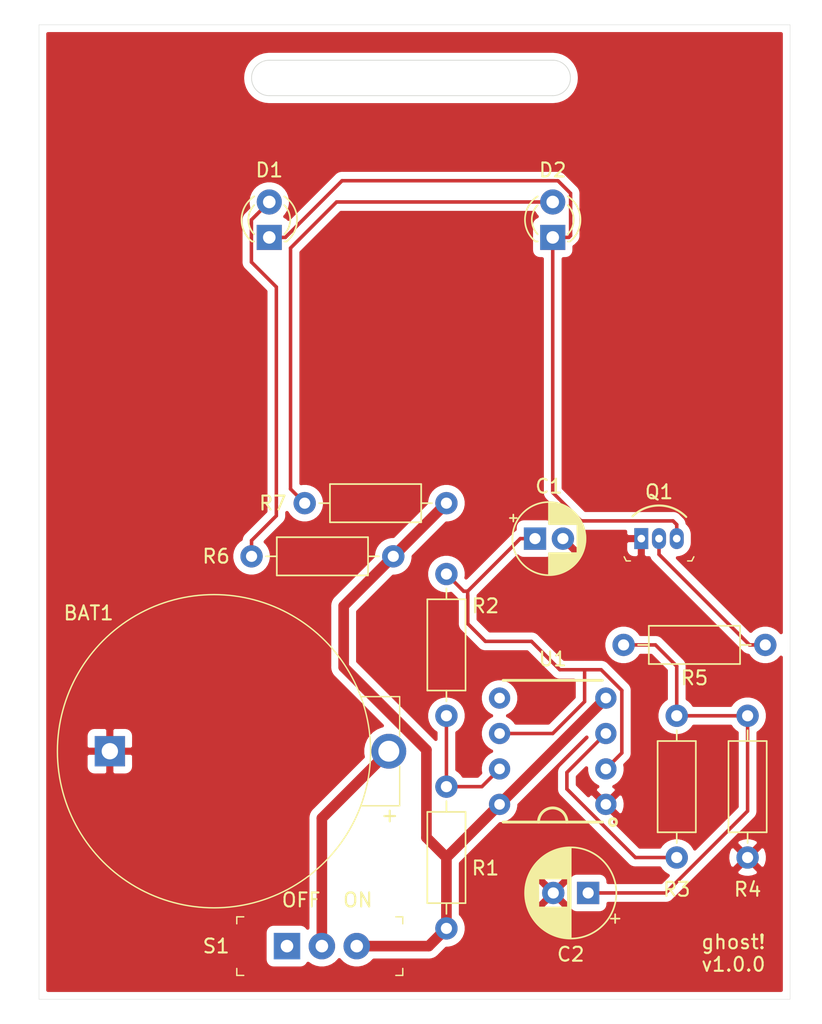
<source format=kicad_pcb>
(kicad_pcb (version 20171130) (host pcbnew "(5.1.5-0-10_14)")

  (general
    (thickness 1.6)
    (drawings 12)
    (tracks 71)
    (zones 0)
    (modules 15)
    (nets 14)
  )

  (page A4)
  (title_block
    (title ghost)
    (date 2019-12-18)
    (rev v1.0.0)
    (comment 4 Džejky)
  )

  (layers
    (0 F.Cu signal)
    (31 B.Cu signal)
    (33 F.Adhes user)
    (35 F.Paste user)
    (37 F.SilkS user)
    (38 B.Mask user)
    (39 F.Mask user)
    (40 Dwgs.User user)
    (41 Cmts.User user)
    (42 Eco1.User user)
    (43 Eco2.User user)
    (44 Edge.Cuts user)
    (45 Margin user)
    (46 B.CrtYd user)
    (47 F.CrtYd user)
    (49 F.Fab user)
  )

  (setup
    (last_trace_width 0.254)
    (user_trace_width 0.762)
    (trace_clearance 0.254)
    (zone_clearance 0.508)
    (zone_45_only no)
    (trace_min 0.1524)
    (via_size 0.8128)
    (via_drill 0.381)
    (via_min_size 0.6858)
    (via_min_drill 0.3302)
    (uvia_size 0.8128)
    (uvia_drill 0.381)
    (uvias_allowed no)
    (uvia_min_size 0.6858)
    (uvia_min_drill 0.3302)
    (edge_width 0.05)
    (segment_width 0.2)
    (pcb_text_width 0.3)
    (pcb_text_size 1.5 1.5)
    (mod_edge_width 0.12)
    (mod_text_size 1 1)
    (mod_text_width 0.15)
    (pad_size 1.524 1.524)
    (pad_drill 0.762)
    (pad_to_mask_clearance 0.051)
    (solder_mask_min_width 0.25)
    (aux_axis_origin 0 0)
    (visible_elements FFFFFF7F)
    (pcbplotparams
      (layerselection 0x010e0_ffffffff)
      (usegerberextensions true)
      (usegerberattributes false)
      (usegerberadvancedattributes false)
      (creategerberjobfile false)
      (excludeedgelayer true)
      (linewidth 0.100000)
      (plotframeref false)
      (viasonmask false)
      (mode 1)
      (useauxorigin false)
      (hpglpennumber 1)
      (hpglpenspeed 20)
      (hpglpendiameter 15.000000)
      (psnegative false)
      (psa4output false)
      (plotreference true)
      (plotvalue false)
      (plotinvisibletext false)
      (padsonsilk false)
      (subtractmaskfromsilk false)
      (outputformat 1)
      (mirror false)
      (drillshape 0)
      (scaleselection 1)
      (outputdirectory "gerbers/"))
  )

  (net 0 "")
  (net 1 GND)
  (net 2 "Net-(BAT1-PadPos)")
  (net 3 "Net-(C1-Pad1)")
  (net 4 "Net-(C2-Pad1)")
  (net 5 "Net-(D1-Pad1)")
  (net 6 "Net-(D1-Pad2)")
  (net 7 "Net-(D2-Pad2)")
  (net 8 "Net-(Q1-Pad2)")
  (net 9 "Net-(R1-Pad1)")
  (net 10 VCC)
  (net 11 "Net-(R3-Pad1)")
  (net 12 "Net-(S1-Pad1)")
  (net 13 "Net-(U?1-Pad5)")

  (net_class Default "This is the default net class."
    (clearance 0.254)
    (trace_width 0.254)
    (via_dia 0.8128)
    (via_drill 0.381)
    (uvia_dia 0.8128)
    (uvia_drill 0.381)
    (add_net GND)
    (add_net "Net-(BAT1-PadPos)")
    (add_net "Net-(C1-Pad1)")
    (add_net "Net-(C2-Pad1)")
    (add_net "Net-(D1-Pad1)")
    (add_net "Net-(D1-Pad2)")
    (add_net "Net-(D2-Pad2)")
    (add_net "Net-(Q1-Pad2)")
    (add_net "Net-(R1-Pad1)")
    (add_net "Net-(R3-Pad1)")
    (add_net "Net-(S1-Pad1)")
    (add_net "Net-(U?1-Pad5)")
    (add_net VCC)
  )

  (module digikey-footprints:Battery_Holder_Coin_2032_BS-7 (layer F.Cu) (tedit 5ACD0859) (tstamp 5DFB02AD)
    (at 132.08 109.22)
    (descr http://www.memoryprotectiondevices.com/datasheets/BS-7-datasheet.pdf)
    (path /5DFAF9D2)
    (fp_text reference BAT1 (at -1.524 -9.906) (layer F.SilkS)
      (effects (font (size 1 1) (thickness 0.15)))
    )
    (fp_text value BS-7 (at 7.62 2.286) (layer F.Fab)
      (effects (font (size 1 1) (thickness 0.15)))
    )
    (fp_line (start -3.9624 11.43) (end 21.5138 11.43) (layer F.CrtYd) (width 0.05))
    (fp_line (start -3.9624 -11.43) (end 21.5138 -11.43) (layer F.CrtYd) (width 0.05))
    (fp_line (start 21.5138 -11.43) (end 21.5138 11.43) (layer F.CrtYd) (width 0.05))
    (fp_line (start -3.9624 -11.43) (end -3.9624 11.43) (layer F.CrtYd) (width 0.05))
    (fp_line (start 20.7772 3.9116) (end 20.7772 1.0668) (layer F.SilkS) (width 0.1))
    (fp_line (start 20.7772 -3.9116) (end 20.7772 -1.0668) (layer F.SilkS) (width 0.1))
    (fp_line (start 18.034 3.9116) (end 20.7772 3.9116) (layer F.SilkS) (width 0.1))
    (fp_line (start 18.034 -3.9116) (end 20.7772 -3.9116) (layer F.SilkS) (width 0.1))
    (fp_line (start 20.6756 -3.81) (end 20.6756 3.81) (layer F.Fab) (width 0.1))
    (fp_line (start 17.9832 3.81) (end 20.6756 3.81) (layer F.Fab) (width 0.1))
    (fp_line (start 17.9832 -3.81) (end 20.6756 -3.81) (layer F.Fab) (width 0.1))
    (fp_text user %R (at 7.4676 0) (layer F.Fab)
      (effects (font (size 1 1) (thickness 0.15)))
    )
    (fp_circle (center 7.4676 0) (end -3.7592 0) (layer F.SilkS) (width 0.1))
    (fp_circle (center 7.4676 0) (end -3.7084 0) (layer F.Fab) (width 0.1))
    (pad Neg thru_hole rect (at 0 0) (size 2.17 2.17) (drill 1.17) (layers *.Cu *.Mask)
      (net 1 GND))
    (pad Pos thru_hole circle (at 20 0) (size 2.5 2.5) (drill 1.5) (layers *.Cu *.Mask)
      (net 2 "Net-(BAT1-PadPos)"))
  )

  (module Capacitor_THT:CP_Radial_D5.0mm_P2.00mm (layer F.Cu) (tedit 5AE50EF0) (tstamp 5DFADA19)
    (at 162.56 93.98)
    (descr "CP, Radial series, Radial, pin pitch=2.00mm, , diameter=5mm, Electrolytic Capacitor")
    (tags "CP Radial series Radial pin pitch 2.00mm  diameter 5mm Electrolytic Capacitor")
    (path /5DFAAAC2)
    (fp_text reference C1 (at 1 -3.75) (layer F.SilkS)
      (effects (font (size 1 1) (thickness 0.15)))
    )
    (fp_text value 10uF (at 1 3.75) (layer F.Fab)
      (effects (font (size 1 1) (thickness 0.15)))
    )
    (fp_circle (center 1 0) (end 3.5 0) (layer F.Fab) (width 0.1))
    (fp_circle (center 1 0) (end 3.62 0) (layer F.SilkS) (width 0.12))
    (fp_circle (center 1 0) (end 3.75 0) (layer F.CrtYd) (width 0.05))
    (fp_line (start -1.133605 -1.0875) (end -0.633605 -1.0875) (layer F.Fab) (width 0.1))
    (fp_line (start -0.883605 -1.3375) (end -0.883605 -0.8375) (layer F.Fab) (width 0.1))
    (fp_line (start 1 1.04) (end 1 2.58) (layer F.SilkS) (width 0.12))
    (fp_line (start 1 -2.58) (end 1 -1.04) (layer F.SilkS) (width 0.12))
    (fp_line (start 1.04 1.04) (end 1.04 2.58) (layer F.SilkS) (width 0.12))
    (fp_line (start 1.04 -2.58) (end 1.04 -1.04) (layer F.SilkS) (width 0.12))
    (fp_line (start 1.08 -2.579) (end 1.08 -1.04) (layer F.SilkS) (width 0.12))
    (fp_line (start 1.08 1.04) (end 1.08 2.579) (layer F.SilkS) (width 0.12))
    (fp_line (start 1.12 -2.578) (end 1.12 -1.04) (layer F.SilkS) (width 0.12))
    (fp_line (start 1.12 1.04) (end 1.12 2.578) (layer F.SilkS) (width 0.12))
    (fp_line (start 1.16 -2.576) (end 1.16 -1.04) (layer F.SilkS) (width 0.12))
    (fp_line (start 1.16 1.04) (end 1.16 2.576) (layer F.SilkS) (width 0.12))
    (fp_line (start 1.2 -2.573) (end 1.2 -1.04) (layer F.SilkS) (width 0.12))
    (fp_line (start 1.2 1.04) (end 1.2 2.573) (layer F.SilkS) (width 0.12))
    (fp_line (start 1.24 -2.569) (end 1.24 -1.04) (layer F.SilkS) (width 0.12))
    (fp_line (start 1.24 1.04) (end 1.24 2.569) (layer F.SilkS) (width 0.12))
    (fp_line (start 1.28 -2.565) (end 1.28 -1.04) (layer F.SilkS) (width 0.12))
    (fp_line (start 1.28 1.04) (end 1.28 2.565) (layer F.SilkS) (width 0.12))
    (fp_line (start 1.32 -2.561) (end 1.32 -1.04) (layer F.SilkS) (width 0.12))
    (fp_line (start 1.32 1.04) (end 1.32 2.561) (layer F.SilkS) (width 0.12))
    (fp_line (start 1.36 -2.556) (end 1.36 -1.04) (layer F.SilkS) (width 0.12))
    (fp_line (start 1.36 1.04) (end 1.36 2.556) (layer F.SilkS) (width 0.12))
    (fp_line (start 1.4 -2.55) (end 1.4 -1.04) (layer F.SilkS) (width 0.12))
    (fp_line (start 1.4 1.04) (end 1.4 2.55) (layer F.SilkS) (width 0.12))
    (fp_line (start 1.44 -2.543) (end 1.44 -1.04) (layer F.SilkS) (width 0.12))
    (fp_line (start 1.44 1.04) (end 1.44 2.543) (layer F.SilkS) (width 0.12))
    (fp_line (start 1.48 -2.536) (end 1.48 -1.04) (layer F.SilkS) (width 0.12))
    (fp_line (start 1.48 1.04) (end 1.48 2.536) (layer F.SilkS) (width 0.12))
    (fp_line (start 1.52 -2.528) (end 1.52 -1.04) (layer F.SilkS) (width 0.12))
    (fp_line (start 1.52 1.04) (end 1.52 2.528) (layer F.SilkS) (width 0.12))
    (fp_line (start 1.56 -2.52) (end 1.56 -1.04) (layer F.SilkS) (width 0.12))
    (fp_line (start 1.56 1.04) (end 1.56 2.52) (layer F.SilkS) (width 0.12))
    (fp_line (start 1.6 -2.511) (end 1.6 -1.04) (layer F.SilkS) (width 0.12))
    (fp_line (start 1.6 1.04) (end 1.6 2.511) (layer F.SilkS) (width 0.12))
    (fp_line (start 1.64 -2.501) (end 1.64 -1.04) (layer F.SilkS) (width 0.12))
    (fp_line (start 1.64 1.04) (end 1.64 2.501) (layer F.SilkS) (width 0.12))
    (fp_line (start 1.68 -2.491) (end 1.68 -1.04) (layer F.SilkS) (width 0.12))
    (fp_line (start 1.68 1.04) (end 1.68 2.491) (layer F.SilkS) (width 0.12))
    (fp_line (start 1.721 -2.48) (end 1.721 -1.04) (layer F.SilkS) (width 0.12))
    (fp_line (start 1.721 1.04) (end 1.721 2.48) (layer F.SilkS) (width 0.12))
    (fp_line (start 1.761 -2.468) (end 1.761 -1.04) (layer F.SilkS) (width 0.12))
    (fp_line (start 1.761 1.04) (end 1.761 2.468) (layer F.SilkS) (width 0.12))
    (fp_line (start 1.801 -2.455) (end 1.801 -1.04) (layer F.SilkS) (width 0.12))
    (fp_line (start 1.801 1.04) (end 1.801 2.455) (layer F.SilkS) (width 0.12))
    (fp_line (start 1.841 -2.442) (end 1.841 -1.04) (layer F.SilkS) (width 0.12))
    (fp_line (start 1.841 1.04) (end 1.841 2.442) (layer F.SilkS) (width 0.12))
    (fp_line (start 1.881 -2.428) (end 1.881 -1.04) (layer F.SilkS) (width 0.12))
    (fp_line (start 1.881 1.04) (end 1.881 2.428) (layer F.SilkS) (width 0.12))
    (fp_line (start 1.921 -2.414) (end 1.921 -1.04) (layer F.SilkS) (width 0.12))
    (fp_line (start 1.921 1.04) (end 1.921 2.414) (layer F.SilkS) (width 0.12))
    (fp_line (start 1.961 -2.398) (end 1.961 -1.04) (layer F.SilkS) (width 0.12))
    (fp_line (start 1.961 1.04) (end 1.961 2.398) (layer F.SilkS) (width 0.12))
    (fp_line (start 2.001 -2.382) (end 2.001 -1.04) (layer F.SilkS) (width 0.12))
    (fp_line (start 2.001 1.04) (end 2.001 2.382) (layer F.SilkS) (width 0.12))
    (fp_line (start 2.041 -2.365) (end 2.041 -1.04) (layer F.SilkS) (width 0.12))
    (fp_line (start 2.041 1.04) (end 2.041 2.365) (layer F.SilkS) (width 0.12))
    (fp_line (start 2.081 -2.348) (end 2.081 -1.04) (layer F.SilkS) (width 0.12))
    (fp_line (start 2.081 1.04) (end 2.081 2.348) (layer F.SilkS) (width 0.12))
    (fp_line (start 2.121 -2.329) (end 2.121 -1.04) (layer F.SilkS) (width 0.12))
    (fp_line (start 2.121 1.04) (end 2.121 2.329) (layer F.SilkS) (width 0.12))
    (fp_line (start 2.161 -2.31) (end 2.161 -1.04) (layer F.SilkS) (width 0.12))
    (fp_line (start 2.161 1.04) (end 2.161 2.31) (layer F.SilkS) (width 0.12))
    (fp_line (start 2.201 -2.29) (end 2.201 -1.04) (layer F.SilkS) (width 0.12))
    (fp_line (start 2.201 1.04) (end 2.201 2.29) (layer F.SilkS) (width 0.12))
    (fp_line (start 2.241 -2.268) (end 2.241 -1.04) (layer F.SilkS) (width 0.12))
    (fp_line (start 2.241 1.04) (end 2.241 2.268) (layer F.SilkS) (width 0.12))
    (fp_line (start 2.281 -2.247) (end 2.281 -1.04) (layer F.SilkS) (width 0.12))
    (fp_line (start 2.281 1.04) (end 2.281 2.247) (layer F.SilkS) (width 0.12))
    (fp_line (start 2.321 -2.224) (end 2.321 -1.04) (layer F.SilkS) (width 0.12))
    (fp_line (start 2.321 1.04) (end 2.321 2.224) (layer F.SilkS) (width 0.12))
    (fp_line (start 2.361 -2.2) (end 2.361 -1.04) (layer F.SilkS) (width 0.12))
    (fp_line (start 2.361 1.04) (end 2.361 2.2) (layer F.SilkS) (width 0.12))
    (fp_line (start 2.401 -2.175) (end 2.401 -1.04) (layer F.SilkS) (width 0.12))
    (fp_line (start 2.401 1.04) (end 2.401 2.175) (layer F.SilkS) (width 0.12))
    (fp_line (start 2.441 -2.149) (end 2.441 -1.04) (layer F.SilkS) (width 0.12))
    (fp_line (start 2.441 1.04) (end 2.441 2.149) (layer F.SilkS) (width 0.12))
    (fp_line (start 2.481 -2.122) (end 2.481 -1.04) (layer F.SilkS) (width 0.12))
    (fp_line (start 2.481 1.04) (end 2.481 2.122) (layer F.SilkS) (width 0.12))
    (fp_line (start 2.521 -2.095) (end 2.521 -1.04) (layer F.SilkS) (width 0.12))
    (fp_line (start 2.521 1.04) (end 2.521 2.095) (layer F.SilkS) (width 0.12))
    (fp_line (start 2.561 -2.065) (end 2.561 -1.04) (layer F.SilkS) (width 0.12))
    (fp_line (start 2.561 1.04) (end 2.561 2.065) (layer F.SilkS) (width 0.12))
    (fp_line (start 2.601 -2.035) (end 2.601 -1.04) (layer F.SilkS) (width 0.12))
    (fp_line (start 2.601 1.04) (end 2.601 2.035) (layer F.SilkS) (width 0.12))
    (fp_line (start 2.641 -2.004) (end 2.641 -1.04) (layer F.SilkS) (width 0.12))
    (fp_line (start 2.641 1.04) (end 2.641 2.004) (layer F.SilkS) (width 0.12))
    (fp_line (start 2.681 -1.971) (end 2.681 -1.04) (layer F.SilkS) (width 0.12))
    (fp_line (start 2.681 1.04) (end 2.681 1.971) (layer F.SilkS) (width 0.12))
    (fp_line (start 2.721 -1.937) (end 2.721 -1.04) (layer F.SilkS) (width 0.12))
    (fp_line (start 2.721 1.04) (end 2.721 1.937) (layer F.SilkS) (width 0.12))
    (fp_line (start 2.761 -1.901) (end 2.761 -1.04) (layer F.SilkS) (width 0.12))
    (fp_line (start 2.761 1.04) (end 2.761 1.901) (layer F.SilkS) (width 0.12))
    (fp_line (start 2.801 -1.864) (end 2.801 -1.04) (layer F.SilkS) (width 0.12))
    (fp_line (start 2.801 1.04) (end 2.801 1.864) (layer F.SilkS) (width 0.12))
    (fp_line (start 2.841 -1.826) (end 2.841 -1.04) (layer F.SilkS) (width 0.12))
    (fp_line (start 2.841 1.04) (end 2.841 1.826) (layer F.SilkS) (width 0.12))
    (fp_line (start 2.881 -1.785) (end 2.881 -1.04) (layer F.SilkS) (width 0.12))
    (fp_line (start 2.881 1.04) (end 2.881 1.785) (layer F.SilkS) (width 0.12))
    (fp_line (start 2.921 -1.743) (end 2.921 -1.04) (layer F.SilkS) (width 0.12))
    (fp_line (start 2.921 1.04) (end 2.921 1.743) (layer F.SilkS) (width 0.12))
    (fp_line (start 2.961 -1.699) (end 2.961 -1.04) (layer F.SilkS) (width 0.12))
    (fp_line (start 2.961 1.04) (end 2.961 1.699) (layer F.SilkS) (width 0.12))
    (fp_line (start 3.001 -1.653) (end 3.001 -1.04) (layer F.SilkS) (width 0.12))
    (fp_line (start 3.001 1.04) (end 3.001 1.653) (layer F.SilkS) (width 0.12))
    (fp_line (start 3.041 -1.605) (end 3.041 1.605) (layer F.SilkS) (width 0.12))
    (fp_line (start 3.081 -1.554) (end 3.081 1.554) (layer F.SilkS) (width 0.12))
    (fp_line (start 3.121 -1.5) (end 3.121 1.5) (layer F.SilkS) (width 0.12))
    (fp_line (start 3.161 -1.443) (end 3.161 1.443) (layer F.SilkS) (width 0.12))
    (fp_line (start 3.201 -1.383) (end 3.201 1.383) (layer F.SilkS) (width 0.12))
    (fp_line (start 3.241 -1.319) (end 3.241 1.319) (layer F.SilkS) (width 0.12))
    (fp_line (start 3.281 -1.251) (end 3.281 1.251) (layer F.SilkS) (width 0.12))
    (fp_line (start 3.321 -1.178) (end 3.321 1.178) (layer F.SilkS) (width 0.12))
    (fp_line (start 3.361 -1.098) (end 3.361 1.098) (layer F.SilkS) (width 0.12))
    (fp_line (start 3.401 -1.011) (end 3.401 1.011) (layer F.SilkS) (width 0.12))
    (fp_line (start 3.441 -0.915) (end 3.441 0.915) (layer F.SilkS) (width 0.12))
    (fp_line (start 3.481 -0.805) (end 3.481 0.805) (layer F.SilkS) (width 0.12))
    (fp_line (start 3.521 -0.677) (end 3.521 0.677) (layer F.SilkS) (width 0.12))
    (fp_line (start 3.561 -0.518) (end 3.561 0.518) (layer F.SilkS) (width 0.12))
    (fp_line (start 3.601 -0.284) (end 3.601 0.284) (layer F.SilkS) (width 0.12))
    (fp_line (start -1.804775 -1.475) (end -1.304775 -1.475) (layer F.SilkS) (width 0.12))
    (fp_line (start -1.554775 -1.725) (end -1.554775 -1.225) (layer F.SilkS) (width 0.12))
    (fp_text user %R (at -3.048 0) (layer F.Fab)
      (effects (font (size 1 1) (thickness 0.15)))
    )
    (pad 1 thru_hole rect (at 0 0) (size 1.6 1.6) (drill 0.8) (layers *.Cu *.Mask)
      (net 3 "Net-(C1-Pad1)"))
    (pad 2 thru_hole circle (at 2 0) (size 1.6 1.6) (drill 0.8) (layers *.Cu *.Mask)
      (net 1 GND))
    (model ${KISYS3DMOD}/Capacitor_THT.3dshapes/CP_Radial_D5.0mm_P2.00mm.wrl
      (at (xyz 0 0 0))
      (scale (xyz 1 1 1))
      (rotate (xyz 0 0 0))
    )
  )

  (module Capacitor_THT:CP_Radial_D6.3mm_P2.50mm (layer F.Cu) (tedit 5AE50EF0) (tstamp 5DFADAAD)
    (at 166.37 119.38 180)
    (descr "CP, Radial series, Radial, pin pitch=2.50mm, , diameter=6.3mm, Electrolytic Capacitor")
    (tags "CP Radial series Radial pin pitch 2.50mm  diameter 6.3mm Electrolytic Capacitor")
    (path /5DFAB042)
    (fp_text reference C2 (at 1.25 -4.4) (layer F.SilkS)
      (effects (font (size 1 1) (thickness 0.15)))
    )
    (fp_text value 100uF (at 4.826 -4.064) (layer F.Fab)
      (effects (font (size 1 1) (thickness 0.15)))
    )
    (fp_circle (center 1.25 0) (end 4.4 0) (layer F.Fab) (width 0.1))
    (fp_circle (center 1.25 0) (end 4.52 0) (layer F.SilkS) (width 0.12))
    (fp_circle (center 1.25 0) (end 4.65 0) (layer F.CrtYd) (width 0.05))
    (fp_line (start -1.443972 -1.3735) (end -0.813972 -1.3735) (layer F.Fab) (width 0.1))
    (fp_line (start -1.128972 -1.6885) (end -1.128972 -1.0585) (layer F.Fab) (width 0.1))
    (fp_line (start 1.25 -3.23) (end 1.25 3.23) (layer F.SilkS) (width 0.12))
    (fp_line (start 1.29 -3.23) (end 1.29 3.23) (layer F.SilkS) (width 0.12))
    (fp_line (start 1.33 -3.23) (end 1.33 3.23) (layer F.SilkS) (width 0.12))
    (fp_line (start 1.37 -3.228) (end 1.37 3.228) (layer F.SilkS) (width 0.12))
    (fp_line (start 1.41 -3.227) (end 1.41 3.227) (layer F.SilkS) (width 0.12))
    (fp_line (start 1.45 -3.224) (end 1.45 3.224) (layer F.SilkS) (width 0.12))
    (fp_line (start 1.49 -3.222) (end 1.49 -1.04) (layer F.SilkS) (width 0.12))
    (fp_line (start 1.49 1.04) (end 1.49 3.222) (layer F.SilkS) (width 0.12))
    (fp_line (start 1.53 -3.218) (end 1.53 -1.04) (layer F.SilkS) (width 0.12))
    (fp_line (start 1.53 1.04) (end 1.53 3.218) (layer F.SilkS) (width 0.12))
    (fp_line (start 1.57 -3.215) (end 1.57 -1.04) (layer F.SilkS) (width 0.12))
    (fp_line (start 1.57 1.04) (end 1.57 3.215) (layer F.SilkS) (width 0.12))
    (fp_line (start 1.61 -3.211) (end 1.61 -1.04) (layer F.SilkS) (width 0.12))
    (fp_line (start 1.61 1.04) (end 1.61 3.211) (layer F.SilkS) (width 0.12))
    (fp_line (start 1.65 -3.206) (end 1.65 -1.04) (layer F.SilkS) (width 0.12))
    (fp_line (start 1.65 1.04) (end 1.65 3.206) (layer F.SilkS) (width 0.12))
    (fp_line (start 1.69 -3.201) (end 1.69 -1.04) (layer F.SilkS) (width 0.12))
    (fp_line (start 1.69 1.04) (end 1.69 3.201) (layer F.SilkS) (width 0.12))
    (fp_line (start 1.73 -3.195) (end 1.73 -1.04) (layer F.SilkS) (width 0.12))
    (fp_line (start 1.73 1.04) (end 1.73 3.195) (layer F.SilkS) (width 0.12))
    (fp_line (start 1.77 -3.189) (end 1.77 -1.04) (layer F.SilkS) (width 0.12))
    (fp_line (start 1.77 1.04) (end 1.77 3.189) (layer F.SilkS) (width 0.12))
    (fp_line (start 1.81 -3.182) (end 1.81 -1.04) (layer F.SilkS) (width 0.12))
    (fp_line (start 1.81 1.04) (end 1.81 3.182) (layer F.SilkS) (width 0.12))
    (fp_line (start 1.85 -3.175) (end 1.85 -1.04) (layer F.SilkS) (width 0.12))
    (fp_line (start 1.85 1.04) (end 1.85 3.175) (layer F.SilkS) (width 0.12))
    (fp_line (start 1.89 -3.167) (end 1.89 -1.04) (layer F.SilkS) (width 0.12))
    (fp_line (start 1.89 1.04) (end 1.89 3.167) (layer F.SilkS) (width 0.12))
    (fp_line (start 1.93 -3.159) (end 1.93 -1.04) (layer F.SilkS) (width 0.12))
    (fp_line (start 1.93 1.04) (end 1.93 3.159) (layer F.SilkS) (width 0.12))
    (fp_line (start 1.971 -3.15) (end 1.971 -1.04) (layer F.SilkS) (width 0.12))
    (fp_line (start 1.971 1.04) (end 1.971 3.15) (layer F.SilkS) (width 0.12))
    (fp_line (start 2.011 -3.141) (end 2.011 -1.04) (layer F.SilkS) (width 0.12))
    (fp_line (start 2.011 1.04) (end 2.011 3.141) (layer F.SilkS) (width 0.12))
    (fp_line (start 2.051 -3.131) (end 2.051 -1.04) (layer F.SilkS) (width 0.12))
    (fp_line (start 2.051 1.04) (end 2.051 3.131) (layer F.SilkS) (width 0.12))
    (fp_line (start 2.091 -3.121) (end 2.091 -1.04) (layer F.SilkS) (width 0.12))
    (fp_line (start 2.091 1.04) (end 2.091 3.121) (layer F.SilkS) (width 0.12))
    (fp_line (start 2.131 -3.11) (end 2.131 -1.04) (layer F.SilkS) (width 0.12))
    (fp_line (start 2.131 1.04) (end 2.131 3.11) (layer F.SilkS) (width 0.12))
    (fp_line (start 2.171 -3.098) (end 2.171 -1.04) (layer F.SilkS) (width 0.12))
    (fp_line (start 2.171 1.04) (end 2.171 3.098) (layer F.SilkS) (width 0.12))
    (fp_line (start 2.211 -3.086) (end 2.211 -1.04) (layer F.SilkS) (width 0.12))
    (fp_line (start 2.211 1.04) (end 2.211 3.086) (layer F.SilkS) (width 0.12))
    (fp_line (start 2.251 -3.074) (end 2.251 -1.04) (layer F.SilkS) (width 0.12))
    (fp_line (start 2.251 1.04) (end 2.251 3.074) (layer F.SilkS) (width 0.12))
    (fp_line (start 2.291 -3.061) (end 2.291 -1.04) (layer F.SilkS) (width 0.12))
    (fp_line (start 2.291 1.04) (end 2.291 3.061) (layer F.SilkS) (width 0.12))
    (fp_line (start 2.331 -3.047) (end 2.331 -1.04) (layer F.SilkS) (width 0.12))
    (fp_line (start 2.331 1.04) (end 2.331 3.047) (layer F.SilkS) (width 0.12))
    (fp_line (start 2.371 -3.033) (end 2.371 -1.04) (layer F.SilkS) (width 0.12))
    (fp_line (start 2.371 1.04) (end 2.371 3.033) (layer F.SilkS) (width 0.12))
    (fp_line (start 2.411 -3.018) (end 2.411 -1.04) (layer F.SilkS) (width 0.12))
    (fp_line (start 2.411 1.04) (end 2.411 3.018) (layer F.SilkS) (width 0.12))
    (fp_line (start 2.451 -3.002) (end 2.451 -1.04) (layer F.SilkS) (width 0.12))
    (fp_line (start 2.451 1.04) (end 2.451 3.002) (layer F.SilkS) (width 0.12))
    (fp_line (start 2.491 -2.986) (end 2.491 -1.04) (layer F.SilkS) (width 0.12))
    (fp_line (start 2.491 1.04) (end 2.491 2.986) (layer F.SilkS) (width 0.12))
    (fp_line (start 2.531 -2.97) (end 2.531 -1.04) (layer F.SilkS) (width 0.12))
    (fp_line (start 2.531 1.04) (end 2.531 2.97) (layer F.SilkS) (width 0.12))
    (fp_line (start 2.571 -2.952) (end 2.571 -1.04) (layer F.SilkS) (width 0.12))
    (fp_line (start 2.571 1.04) (end 2.571 2.952) (layer F.SilkS) (width 0.12))
    (fp_line (start 2.611 -2.934) (end 2.611 -1.04) (layer F.SilkS) (width 0.12))
    (fp_line (start 2.611 1.04) (end 2.611 2.934) (layer F.SilkS) (width 0.12))
    (fp_line (start 2.651 -2.916) (end 2.651 -1.04) (layer F.SilkS) (width 0.12))
    (fp_line (start 2.651 1.04) (end 2.651 2.916) (layer F.SilkS) (width 0.12))
    (fp_line (start 2.691 -2.896) (end 2.691 -1.04) (layer F.SilkS) (width 0.12))
    (fp_line (start 2.691 1.04) (end 2.691 2.896) (layer F.SilkS) (width 0.12))
    (fp_line (start 2.731 -2.876) (end 2.731 -1.04) (layer F.SilkS) (width 0.12))
    (fp_line (start 2.731 1.04) (end 2.731 2.876) (layer F.SilkS) (width 0.12))
    (fp_line (start 2.771 -2.856) (end 2.771 -1.04) (layer F.SilkS) (width 0.12))
    (fp_line (start 2.771 1.04) (end 2.771 2.856) (layer F.SilkS) (width 0.12))
    (fp_line (start 2.811 -2.834) (end 2.811 -1.04) (layer F.SilkS) (width 0.12))
    (fp_line (start 2.811 1.04) (end 2.811 2.834) (layer F.SilkS) (width 0.12))
    (fp_line (start 2.851 -2.812) (end 2.851 -1.04) (layer F.SilkS) (width 0.12))
    (fp_line (start 2.851 1.04) (end 2.851 2.812) (layer F.SilkS) (width 0.12))
    (fp_line (start 2.891 -2.79) (end 2.891 -1.04) (layer F.SilkS) (width 0.12))
    (fp_line (start 2.891 1.04) (end 2.891 2.79) (layer F.SilkS) (width 0.12))
    (fp_line (start 2.931 -2.766) (end 2.931 -1.04) (layer F.SilkS) (width 0.12))
    (fp_line (start 2.931 1.04) (end 2.931 2.766) (layer F.SilkS) (width 0.12))
    (fp_line (start 2.971 -2.742) (end 2.971 -1.04) (layer F.SilkS) (width 0.12))
    (fp_line (start 2.971 1.04) (end 2.971 2.742) (layer F.SilkS) (width 0.12))
    (fp_line (start 3.011 -2.716) (end 3.011 -1.04) (layer F.SilkS) (width 0.12))
    (fp_line (start 3.011 1.04) (end 3.011 2.716) (layer F.SilkS) (width 0.12))
    (fp_line (start 3.051 -2.69) (end 3.051 -1.04) (layer F.SilkS) (width 0.12))
    (fp_line (start 3.051 1.04) (end 3.051 2.69) (layer F.SilkS) (width 0.12))
    (fp_line (start 3.091 -2.664) (end 3.091 -1.04) (layer F.SilkS) (width 0.12))
    (fp_line (start 3.091 1.04) (end 3.091 2.664) (layer F.SilkS) (width 0.12))
    (fp_line (start 3.131 -2.636) (end 3.131 -1.04) (layer F.SilkS) (width 0.12))
    (fp_line (start 3.131 1.04) (end 3.131 2.636) (layer F.SilkS) (width 0.12))
    (fp_line (start 3.171 -2.607) (end 3.171 -1.04) (layer F.SilkS) (width 0.12))
    (fp_line (start 3.171 1.04) (end 3.171 2.607) (layer F.SilkS) (width 0.12))
    (fp_line (start 3.211 -2.578) (end 3.211 -1.04) (layer F.SilkS) (width 0.12))
    (fp_line (start 3.211 1.04) (end 3.211 2.578) (layer F.SilkS) (width 0.12))
    (fp_line (start 3.251 -2.548) (end 3.251 -1.04) (layer F.SilkS) (width 0.12))
    (fp_line (start 3.251 1.04) (end 3.251 2.548) (layer F.SilkS) (width 0.12))
    (fp_line (start 3.291 -2.516) (end 3.291 -1.04) (layer F.SilkS) (width 0.12))
    (fp_line (start 3.291 1.04) (end 3.291 2.516) (layer F.SilkS) (width 0.12))
    (fp_line (start 3.331 -2.484) (end 3.331 -1.04) (layer F.SilkS) (width 0.12))
    (fp_line (start 3.331 1.04) (end 3.331 2.484) (layer F.SilkS) (width 0.12))
    (fp_line (start 3.371 -2.45) (end 3.371 -1.04) (layer F.SilkS) (width 0.12))
    (fp_line (start 3.371 1.04) (end 3.371 2.45) (layer F.SilkS) (width 0.12))
    (fp_line (start 3.411 -2.416) (end 3.411 -1.04) (layer F.SilkS) (width 0.12))
    (fp_line (start 3.411 1.04) (end 3.411 2.416) (layer F.SilkS) (width 0.12))
    (fp_line (start 3.451 -2.38) (end 3.451 -1.04) (layer F.SilkS) (width 0.12))
    (fp_line (start 3.451 1.04) (end 3.451 2.38) (layer F.SilkS) (width 0.12))
    (fp_line (start 3.491 -2.343) (end 3.491 -1.04) (layer F.SilkS) (width 0.12))
    (fp_line (start 3.491 1.04) (end 3.491 2.343) (layer F.SilkS) (width 0.12))
    (fp_line (start 3.531 -2.305) (end 3.531 -1.04) (layer F.SilkS) (width 0.12))
    (fp_line (start 3.531 1.04) (end 3.531 2.305) (layer F.SilkS) (width 0.12))
    (fp_line (start 3.571 -2.265) (end 3.571 2.265) (layer F.SilkS) (width 0.12))
    (fp_line (start 3.611 -2.224) (end 3.611 2.224) (layer F.SilkS) (width 0.12))
    (fp_line (start 3.651 -2.182) (end 3.651 2.182) (layer F.SilkS) (width 0.12))
    (fp_line (start 3.691 -2.137) (end 3.691 2.137) (layer F.SilkS) (width 0.12))
    (fp_line (start 3.731 -2.092) (end 3.731 2.092) (layer F.SilkS) (width 0.12))
    (fp_line (start 3.771 -2.044) (end 3.771 2.044) (layer F.SilkS) (width 0.12))
    (fp_line (start 3.811 -1.995) (end 3.811 1.995) (layer F.SilkS) (width 0.12))
    (fp_line (start 3.851 -1.944) (end 3.851 1.944) (layer F.SilkS) (width 0.12))
    (fp_line (start 3.891 -1.89) (end 3.891 1.89) (layer F.SilkS) (width 0.12))
    (fp_line (start 3.931 -1.834) (end 3.931 1.834) (layer F.SilkS) (width 0.12))
    (fp_line (start 3.971 -1.776) (end 3.971 1.776) (layer F.SilkS) (width 0.12))
    (fp_line (start 4.011 -1.714) (end 4.011 1.714) (layer F.SilkS) (width 0.12))
    (fp_line (start 4.051 -1.65) (end 4.051 1.65) (layer F.SilkS) (width 0.12))
    (fp_line (start 4.091 -1.581) (end 4.091 1.581) (layer F.SilkS) (width 0.12))
    (fp_line (start 4.131 -1.509) (end 4.131 1.509) (layer F.SilkS) (width 0.12))
    (fp_line (start 4.171 -1.432) (end 4.171 1.432) (layer F.SilkS) (width 0.12))
    (fp_line (start 4.211 -1.35) (end 4.211 1.35) (layer F.SilkS) (width 0.12))
    (fp_line (start 4.251 -1.262) (end 4.251 1.262) (layer F.SilkS) (width 0.12))
    (fp_line (start 4.291 -1.165) (end 4.291 1.165) (layer F.SilkS) (width 0.12))
    (fp_line (start 4.331 -1.059) (end 4.331 1.059) (layer F.SilkS) (width 0.12))
    (fp_line (start 4.371 -0.94) (end 4.371 0.94) (layer F.SilkS) (width 0.12))
    (fp_line (start 4.411 -0.802) (end 4.411 0.802) (layer F.SilkS) (width 0.12))
    (fp_line (start 4.451 -0.633) (end 4.451 0.633) (layer F.SilkS) (width 0.12))
    (fp_line (start 4.491 -0.402) (end 4.491 0.402) (layer F.SilkS) (width 0.12))
    (fp_line (start -2.250241 -1.839) (end -1.620241 -1.839) (layer F.SilkS) (width 0.12))
    (fp_line (start -1.935241 -2.154) (end -1.935241 -1.524) (layer F.SilkS) (width 0.12))
    (fp_text user %R (at -1.016 -4.064) (layer F.Fab)
      (effects (font (size 1 1) (thickness 0.15)))
    )
    (pad 1 thru_hole rect (at 0 0 180) (size 1.6 1.6) (drill 0.8) (layers *.Cu *.Mask)
      (net 4 "Net-(C2-Pad1)"))
    (pad 2 thru_hole circle (at 2.5 0 180) (size 1.6 1.6) (drill 0.8) (layers *.Cu *.Mask)
      (net 1 GND))
    (model ${KISYS3DMOD}/Capacitor_THT.3dshapes/CP_Radial_D6.3mm_P2.50mm.wrl
      (at (xyz 0 0 0))
      (scale (xyz 1 1 1))
      (rotate (xyz 0 0 0))
    )
  )

  (module LED_THT:LED_D3.0mm (layer F.Cu) (tedit 587A3A7B) (tstamp 5DFADAC0)
    (at 143.51 72.39 90)
    (descr "LED, diameter 3.0mm, 2 pins")
    (tags "LED diameter 3.0mm 2 pins")
    (path /5DFAB9F0)
    (fp_text reference D1 (at 4.826 0 180) (layer F.SilkS)
      (effects (font (size 1 1) (thickness 0.15)))
    )
    (fp_text value RED (at 1.27 2.96 90) (layer F.Fab)
      (effects (font (size 1 1) (thickness 0.15)))
    )
    (fp_line (start 3.7 -2.25) (end -1.15 -2.25) (layer F.CrtYd) (width 0.05))
    (fp_line (start 3.7 2.25) (end 3.7 -2.25) (layer F.CrtYd) (width 0.05))
    (fp_line (start -1.15 2.25) (end 3.7 2.25) (layer F.CrtYd) (width 0.05))
    (fp_line (start -1.15 -2.25) (end -1.15 2.25) (layer F.CrtYd) (width 0.05))
    (fp_line (start -0.29 1.08) (end -0.29 1.236) (layer F.SilkS) (width 0.12))
    (fp_line (start -0.29 -1.236) (end -0.29 -1.08) (layer F.SilkS) (width 0.12))
    (fp_line (start -0.23 -1.16619) (end -0.23 1.16619) (layer F.Fab) (width 0.1))
    (fp_circle (center 1.27 0) (end 2.77 0) (layer F.Fab) (width 0.1))
    (fp_arc (start 1.27 0) (end 0.229039 1.08) (angle -87.9) (layer F.SilkS) (width 0.12))
    (fp_arc (start 1.27 0) (end 0.229039 -1.08) (angle 87.9) (layer F.SilkS) (width 0.12))
    (fp_arc (start 1.27 0) (end -0.29 1.235516) (angle -108.8) (layer F.SilkS) (width 0.12))
    (fp_arc (start 1.27 0) (end -0.29 -1.235516) (angle 108.8) (layer F.SilkS) (width 0.12))
    (fp_arc (start 1.27 0) (end -0.23 -1.16619) (angle 284.3) (layer F.Fab) (width 0.1))
    (pad 2 thru_hole circle (at 2.54 0 90) (size 1.8 1.8) (drill 0.9) (layers *.Cu *.Mask)
      (net 6 "Net-(D1-Pad2)"))
    (pad 1 thru_hole rect (at 0 0 90) (size 1.8 1.8) (drill 0.9) (layers *.Cu *.Mask)
      (net 5 "Net-(D1-Pad1)"))
    (model ${KISYS3DMOD}/LED_THT.3dshapes/LED_D3.0mm.wrl
      (at (xyz 0 0 0))
      (scale (xyz 1 1 1))
      (rotate (xyz 0 0 0))
    )
  )

  (module LED_THT:LED_D3.0mm (layer F.Cu) (tedit 587A3A7B) (tstamp 5DFADAD3)
    (at 163.83 72.39 90)
    (descr "LED, diameter 3.0mm, 2 pins")
    (tags "LED diameter 3.0mm 2 pins")
    (path /5DFAC5DB)
    (fp_text reference D2 (at 4.826 0 180) (layer F.SilkS)
      (effects (font (size 1 1) (thickness 0.15)))
    )
    (fp_text value RED (at 1.27 2.96 90) (layer F.Fab)
      (effects (font (size 1 1) (thickness 0.15)))
    )
    (fp_line (start 3.7 -2.25) (end -1.15 -2.25) (layer F.CrtYd) (width 0.05))
    (fp_line (start 3.7 2.25) (end 3.7 -2.25) (layer F.CrtYd) (width 0.05))
    (fp_line (start -1.15 2.25) (end 3.7 2.25) (layer F.CrtYd) (width 0.05))
    (fp_line (start -1.15 -2.25) (end -1.15 2.25) (layer F.CrtYd) (width 0.05))
    (fp_line (start -0.29 1.08) (end -0.29 1.236) (layer F.SilkS) (width 0.12))
    (fp_line (start -0.29 -1.236) (end -0.29 -1.08) (layer F.SilkS) (width 0.12))
    (fp_line (start -0.23 -1.16619) (end -0.23 1.16619) (layer F.Fab) (width 0.1))
    (fp_circle (center 1.27 0) (end 2.77 0) (layer F.Fab) (width 0.1))
    (fp_arc (start 1.27 0) (end 0.229039 1.08) (angle -87.9) (layer F.SilkS) (width 0.12))
    (fp_arc (start 1.27 0) (end 0.229039 -1.08) (angle 87.9) (layer F.SilkS) (width 0.12))
    (fp_arc (start 1.27 0) (end -0.29 1.235516) (angle -108.8) (layer F.SilkS) (width 0.12))
    (fp_arc (start 1.27 0) (end -0.29 -1.235516) (angle 108.8) (layer F.SilkS) (width 0.12))
    (fp_arc (start 1.27 0) (end -0.23 -1.16619) (angle 284.3) (layer F.Fab) (width 0.1))
    (pad 2 thru_hole circle (at 2.54 0 90) (size 1.8 1.8) (drill 0.9) (layers *.Cu *.Mask)
      (net 7 "Net-(D2-Pad2)"))
    (pad 1 thru_hole rect (at 0 0 90) (size 1.8 1.8) (drill 0.9) (layers *.Cu *.Mask)
      (net 5 "Net-(D1-Pad1)"))
    (model ${KISYS3DMOD}/LED_THT.3dshapes/LED_D3.0mm.wrl
      (at (xyz 0 0 0))
      (scale (xyz 1 1 1))
      (rotate (xyz 0 0 0))
    )
  )

  (module digikey-footprints:TO-92-3 (layer F.Cu) (tedit 5AF9CDD1) (tstamp 5DFADAE7)
    (at 170.18 93.98)
    (descr http://www.ti.com/lit/ds/symlink/tl431a.pdf)
    (path /5DFAD033)
    (fp_text reference Q1 (at 1.27 -3.35) (layer F.SilkS)
      (effects (font (size 1 1) (thickness 0.15)))
    )
    (fp_text value 2N3904 (at 1.27 2.5) (layer F.Fab)
      (effects (font (size 1 1) (thickness 0.15)))
    )
    (fp_arc (start 1.27 0.35) (end -0.63 -1.6) (angle 90) (layer F.SilkS) (width 0.15))
    (fp_line (start 3.57 1.5) (end -1.03 1.5) (layer F.Fab) (width 0.15))
    (fp_arc (start 1.27 0.3) (end -1.03 1.5) (angle 235) (layer F.Fab) (width 0.15))
    (fp_arc (start 1.27 0.3) (end -1.33 0.3) (angle 90) (layer F.Fab) (width 0.15))
    (fp_line (start -1.63 -2.5) (end 4.17 -2.5) (layer F.CrtYd) (width 0.05))
    (fp_line (start -1.63 1.75) (end 4.17 1.75) (layer F.CrtYd) (width 0.05))
    (fp_line (start -1.63 1.75) (end -1.63 -2.5) (layer F.CrtYd) (width 0.05))
    (fp_line (start 4.17 1.75) (end 4.17 -2.5) (layer F.CrtYd) (width 0.05))
    (fp_line (start 3.62 1.6) (end 3.77 1.3) (layer F.SilkS) (width 0.1))
    (fp_line (start 3.62 1.6) (end 3.32 1.6) (layer F.SilkS) (width 0.1))
    (fp_line (start -0.78 1.6) (end -1.08 1.6) (layer F.SilkS) (width 0.1))
    (fp_line (start -1.08 1.6) (end -1.23 1.3) (layer F.SilkS) (width 0.1))
    (fp_text user %R (at 5.08 0.508 180) (layer F.Fab)
      (effects (font (size 0.75 0.75) (thickness 0.15)))
    )
    (pad 2 thru_hole oval (at 1.27 0 180) (size 1 1.5) (drill 0.55) (layers *.Cu *.Mask)
      (net 8 "Net-(Q1-Pad2)"))
    (pad 3 thru_hole oval (at 2.54 0 180) (size 1 1.5) (drill 0.55) (layers *.Cu *.Mask)
      (net 5 "Net-(D1-Pad1)"))
    (pad 1 thru_hole rect (at 0 0 180) (size 1 1.5) (drill 0.55) (layers *.Cu *.Mask)
      (net 1 GND))
  )

  (module Resistor_THT:R_Axial_DIN0207_L6.3mm_D2.5mm_P10.16mm_Horizontal (layer F.Cu) (tedit 5AE5139B) (tstamp 5DFAE99F)
    (at 156.21 111.76 270)
    (descr "Resistor, Axial_DIN0207 series, Axial, Horizontal, pin pitch=10.16mm, 0.25W = 1/4W, length*diameter=6.3*2.5mm^2, http://cdn-reichelt.de/documents/datenblatt/B400/1_4W%23YAG.pdf")
    (tags "Resistor Axial_DIN0207 series Axial Horizontal pin pitch 10.16mm 0.25W = 1/4W length 6.3mm diameter 2.5mm")
    (path /5DFA7E21)
    (fp_text reference R1 (at 5.842 -2.794 180) (layer F.SilkS)
      (effects (font (size 1 1) (thickness 0.15)))
    )
    (fp_text value 22k (at 5.08 2.37 90) (layer F.Fab)
      (effects (font (size 1 1) (thickness 0.15)))
    )
    (fp_line (start 1.93 -1.25) (end 1.93 1.25) (layer F.Fab) (width 0.1))
    (fp_line (start 1.93 1.25) (end 8.23 1.25) (layer F.Fab) (width 0.1))
    (fp_line (start 8.23 1.25) (end 8.23 -1.25) (layer F.Fab) (width 0.1))
    (fp_line (start 8.23 -1.25) (end 1.93 -1.25) (layer F.Fab) (width 0.1))
    (fp_line (start 0 0) (end 1.93 0) (layer F.Fab) (width 0.1))
    (fp_line (start 10.16 0) (end 8.23 0) (layer F.Fab) (width 0.1))
    (fp_line (start 1.81 -1.37) (end 1.81 1.37) (layer F.SilkS) (width 0.12))
    (fp_line (start 1.81 1.37) (end 8.35 1.37) (layer F.SilkS) (width 0.12))
    (fp_line (start 8.35 1.37) (end 8.35 -1.37) (layer F.SilkS) (width 0.12))
    (fp_line (start 8.35 -1.37) (end 1.81 -1.37) (layer F.SilkS) (width 0.12))
    (fp_line (start 1.04 0) (end 1.81 0) (layer F.SilkS) (width 0.12))
    (fp_line (start 9.12 0) (end 8.35 0) (layer F.SilkS) (width 0.12))
    (fp_line (start -1.05 -1.5) (end -1.05 1.5) (layer F.CrtYd) (width 0.05))
    (fp_line (start -1.05 1.5) (end 11.21 1.5) (layer F.CrtYd) (width 0.05))
    (fp_line (start 11.21 1.5) (end 11.21 -1.5) (layer F.CrtYd) (width 0.05))
    (fp_line (start 11.21 -1.5) (end -1.05 -1.5) (layer F.CrtYd) (width 0.05))
    (fp_text user %R (at 5.08 0 90) (layer F.Fab)
      (effects (font (size 1 1) (thickness 0.15)))
    )
    (pad 1 thru_hole circle (at 0 0 270) (size 1.6 1.6) (drill 0.8) (layers *.Cu *.Mask)
      (net 9 "Net-(R1-Pad1)"))
    (pad 2 thru_hole oval (at 10.16 0 270) (size 1.6 1.6) (drill 0.8) (layers *.Cu *.Mask)
      (net 10 VCC))
    (model ${KISYS3DMOD}/Resistor_THT.3dshapes/R_Axial_DIN0207_L6.3mm_D2.5mm_P10.16mm_Horizontal.wrl
      (at (xyz 0 0 0))
      (scale (xyz 1 1 1))
      (rotate (xyz 0 0 0))
    )
  )

  (module Resistor_THT:R_Axial_DIN0207_L6.3mm_D2.5mm_P10.16mm_Horizontal (layer F.Cu) (tedit 5AE5139B) (tstamp 5DFAEF6B)
    (at 156.21 106.68 90)
    (descr "Resistor, Axial_DIN0207 series, Axial, Horizontal, pin pitch=10.16mm, 0.25W = 1/4W, length*diameter=6.3*2.5mm^2, http://cdn-reichelt.de/documents/datenblatt/B400/1_4W%23YAG.pdf")
    (tags "Resistor Axial_DIN0207 series Axial Horizontal pin pitch 10.16mm 0.25W = 1/4W length 6.3mm diameter 2.5mm")
    (path /5DFA8868)
    (fp_text reference R2 (at 7.874 2.794 180) (layer F.SilkS)
      (effects (font (size 1 1) (thickness 0.15)))
    )
    (fp_text value 330k (at 5.08 2.37 90) (layer F.Fab)
      (effects (font (size 1 1) (thickness 0.15)))
    )
    (fp_text user %R (at 5.08 0 90) (layer F.Fab)
      (effects (font (size 1 1) (thickness 0.15)))
    )
    (fp_line (start 11.21 -1.5) (end -1.05 -1.5) (layer F.CrtYd) (width 0.05))
    (fp_line (start 11.21 1.5) (end 11.21 -1.5) (layer F.CrtYd) (width 0.05))
    (fp_line (start -1.05 1.5) (end 11.21 1.5) (layer F.CrtYd) (width 0.05))
    (fp_line (start -1.05 -1.5) (end -1.05 1.5) (layer F.CrtYd) (width 0.05))
    (fp_line (start 9.12 0) (end 8.35 0) (layer F.SilkS) (width 0.12))
    (fp_line (start 1.04 0) (end 1.81 0) (layer F.SilkS) (width 0.12))
    (fp_line (start 8.35 -1.37) (end 1.81 -1.37) (layer F.SilkS) (width 0.12))
    (fp_line (start 8.35 1.37) (end 8.35 -1.37) (layer F.SilkS) (width 0.12))
    (fp_line (start 1.81 1.37) (end 8.35 1.37) (layer F.SilkS) (width 0.12))
    (fp_line (start 1.81 -1.37) (end 1.81 1.37) (layer F.SilkS) (width 0.12))
    (fp_line (start 10.16 0) (end 8.23 0) (layer F.Fab) (width 0.1))
    (fp_line (start 0 0) (end 1.93 0) (layer F.Fab) (width 0.1))
    (fp_line (start 8.23 -1.25) (end 1.93 -1.25) (layer F.Fab) (width 0.1))
    (fp_line (start 8.23 1.25) (end 8.23 -1.25) (layer F.Fab) (width 0.1))
    (fp_line (start 1.93 1.25) (end 8.23 1.25) (layer F.Fab) (width 0.1))
    (fp_line (start 1.93 -1.25) (end 1.93 1.25) (layer F.Fab) (width 0.1))
    (pad 2 thru_hole oval (at 10.16 0 90) (size 1.6 1.6) (drill 0.8) (layers *.Cu *.Mask)
      (net 3 "Net-(C1-Pad1)"))
    (pad 1 thru_hole circle (at 0 0 90) (size 1.6 1.6) (drill 0.8) (layers *.Cu *.Mask)
      (net 9 "Net-(R1-Pad1)"))
    (model ${KISYS3DMOD}/Resistor_THT.3dshapes/R_Axial_DIN0207_L6.3mm_D2.5mm_P10.16mm_Horizontal.wrl
      (at (xyz 0 0 0))
      (scale (xyz 1 1 1))
      (rotate (xyz 0 0 0))
    )
  )

  (module Resistor_THT:R_Axial_DIN0207_L6.3mm_D2.5mm_P10.16mm_Horizontal (layer F.Cu) (tedit 5AE5139B) (tstamp 5DFAE693)
    (at 172.72 116.84 90)
    (descr "Resistor, Axial_DIN0207 series, Axial, Horizontal, pin pitch=10.16mm, 0.25W = 1/4W, length*diameter=6.3*2.5mm^2, http://cdn-reichelt.de/documents/datenblatt/B400/1_4W%23YAG.pdf")
    (tags "Resistor Axial_DIN0207 series Axial Horizontal pin pitch 10.16mm 0.25W = 1/4W length 6.3mm diameter 2.5mm")
    (path /5DFA929A)
    (fp_text reference R3 (at -2.286 0 180) (layer F.SilkS)
      (effects (font (size 1 1) (thickness 0.15)))
    )
    (fp_text value 22k (at 5.08 2.37 90) (layer F.Fab)
      (effects (font (size 1 1) (thickness 0.15)))
    )
    (fp_line (start 1.93 -1.25) (end 1.93 1.25) (layer F.Fab) (width 0.1))
    (fp_line (start 1.93 1.25) (end 8.23 1.25) (layer F.Fab) (width 0.1))
    (fp_line (start 8.23 1.25) (end 8.23 -1.25) (layer F.Fab) (width 0.1))
    (fp_line (start 8.23 -1.25) (end 1.93 -1.25) (layer F.Fab) (width 0.1))
    (fp_line (start 0 0) (end 1.93 0) (layer F.Fab) (width 0.1))
    (fp_line (start 10.16 0) (end 8.23 0) (layer F.Fab) (width 0.1))
    (fp_line (start 1.81 -1.37) (end 1.81 1.37) (layer F.SilkS) (width 0.12))
    (fp_line (start 1.81 1.37) (end 8.35 1.37) (layer F.SilkS) (width 0.12))
    (fp_line (start 8.35 1.37) (end 8.35 -1.37) (layer F.SilkS) (width 0.12))
    (fp_line (start 8.35 -1.37) (end 1.81 -1.37) (layer F.SilkS) (width 0.12))
    (fp_line (start 1.04 0) (end 1.81 0) (layer F.SilkS) (width 0.12))
    (fp_line (start 9.12 0) (end 8.35 0) (layer F.SilkS) (width 0.12))
    (fp_line (start -1.05 -1.5) (end -1.05 1.5) (layer F.CrtYd) (width 0.05))
    (fp_line (start -1.05 1.5) (end 11.21 1.5) (layer F.CrtYd) (width 0.05))
    (fp_line (start 11.21 1.5) (end 11.21 -1.5) (layer F.CrtYd) (width 0.05))
    (fp_line (start 11.21 -1.5) (end -1.05 -1.5) (layer F.CrtYd) (width 0.05))
    (fp_text user %R (at 5.08 0 90) (layer F.Fab)
      (effects (font (size 1 1) (thickness 0.15)))
    )
    (pad 1 thru_hole circle (at 0 0 90) (size 1.6 1.6) (drill 0.8) (layers *.Cu *.Mask)
      (net 11 "Net-(R3-Pad1)"))
    (pad 2 thru_hole oval (at 10.16 0 90) (size 1.6 1.6) (drill 0.8) (layers *.Cu *.Mask)
      (net 4 "Net-(C2-Pad1)"))
    (model ${KISYS3DMOD}/Resistor_THT.3dshapes/R_Axial_DIN0207_L6.3mm_D2.5mm_P10.16mm_Horizontal.wrl
      (at (xyz 0 0 0))
      (scale (xyz 1 1 1))
      (rotate (xyz 0 0 0))
    )
  )

  (module Resistor_THT:R_Axial_DIN0207_L6.3mm_D2.5mm_P10.16mm_Horizontal (layer F.Cu) (tedit 5AE5139B) (tstamp 5DFAECCB)
    (at 177.8 116.84 90)
    (descr "Resistor, Axial_DIN0207 series, Axial, Horizontal, pin pitch=10.16mm, 0.25W = 1/4W, length*diameter=6.3*2.5mm^2, http://cdn-reichelt.de/documents/datenblatt/B400/1_4W%23YAG.pdf")
    (tags "Resistor Axial_DIN0207 series Axial Horizontal pin pitch 10.16mm 0.25W = 1/4W length 6.3mm diameter 2.5mm")
    (path /5DFA95D5)
    (fp_text reference R4 (at -2.286 0 180) (layer F.SilkS)
      (effects (font (size 1 1) (thickness 0.15)))
    )
    (fp_text value 100k (at 5.08 2.37 90) (layer F.Fab)
      (effects (font (size 1 1) (thickness 0.15)))
    )
    (fp_text user %R (at 5.08 0 90) (layer F.Fab)
      (effects (font (size 1 1) (thickness 0.15)))
    )
    (fp_line (start 11.21 -1.5) (end -1.05 -1.5) (layer F.CrtYd) (width 0.05))
    (fp_line (start 11.21 1.5) (end 11.21 -1.5) (layer F.CrtYd) (width 0.05))
    (fp_line (start -1.05 1.5) (end 11.21 1.5) (layer F.CrtYd) (width 0.05))
    (fp_line (start -1.05 -1.5) (end -1.05 1.5) (layer F.CrtYd) (width 0.05))
    (fp_line (start 9.12 0) (end 8.35 0) (layer F.SilkS) (width 0.12))
    (fp_line (start 1.04 0) (end 1.81 0) (layer F.SilkS) (width 0.12))
    (fp_line (start 8.35 -1.37) (end 1.81 -1.37) (layer F.SilkS) (width 0.12))
    (fp_line (start 8.35 1.37) (end 8.35 -1.37) (layer F.SilkS) (width 0.12))
    (fp_line (start 1.81 1.37) (end 8.35 1.37) (layer F.SilkS) (width 0.12))
    (fp_line (start 1.81 -1.37) (end 1.81 1.37) (layer F.SilkS) (width 0.12))
    (fp_line (start 10.16 0) (end 8.23 0) (layer F.Fab) (width 0.1))
    (fp_line (start 0 0) (end 1.93 0) (layer F.Fab) (width 0.1))
    (fp_line (start 8.23 -1.25) (end 1.93 -1.25) (layer F.Fab) (width 0.1))
    (fp_line (start 8.23 1.25) (end 8.23 -1.25) (layer F.Fab) (width 0.1))
    (fp_line (start 1.93 1.25) (end 8.23 1.25) (layer F.Fab) (width 0.1))
    (fp_line (start 1.93 -1.25) (end 1.93 1.25) (layer F.Fab) (width 0.1))
    (pad 2 thru_hole oval (at 10.16 0 90) (size 1.6 1.6) (drill 0.8) (layers *.Cu *.Mask)
      (net 4 "Net-(C2-Pad1)"))
    (pad 1 thru_hole circle (at 0 0 90) (size 1.6 1.6) (drill 0.8) (layers *.Cu *.Mask)
      (net 1 GND))
    (model ${KISYS3DMOD}/Resistor_THT.3dshapes/R_Axial_DIN0207_L6.3mm_D2.5mm_P10.16mm_Horizontal.wrl
      (at (xyz 0 0 0))
      (scale (xyz 1 1 1))
      (rotate (xyz 0 0 0))
    )
  )

  (module Resistor_THT:R_Axial_DIN0207_L6.3mm_D2.5mm_P10.16mm_Horizontal (layer F.Cu) (tedit 5AE5139B) (tstamp 5DFAF579)
    (at 179.07 101.6 180)
    (descr "Resistor, Axial_DIN0207 series, Axial, Horizontal, pin pitch=10.16mm, 0.25W = 1/4W, length*diameter=6.3*2.5mm^2, http://cdn-reichelt.de/documents/datenblatt/B400/1_4W%23YAG.pdf")
    (tags "Resistor Axial_DIN0207 series Axial Horizontal pin pitch 10.16mm 0.25W = 1/4W length 6.3mm diameter 2.5mm")
    (path /5DFAA2C3)
    (fp_text reference R5 (at 5.08 -2.37) (layer F.SilkS)
      (effects (font (size 1 1) (thickness 0.15)))
    )
    (fp_text value 10k (at 5.08 2.37) (layer F.Fab)
      (effects (font (size 1 1) (thickness 0.15)))
    )
    (fp_line (start 1.93 -1.25) (end 1.93 1.25) (layer F.Fab) (width 0.1))
    (fp_line (start 1.93 1.25) (end 8.23 1.25) (layer F.Fab) (width 0.1))
    (fp_line (start 8.23 1.25) (end 8.23 -1.25) (layer F.Fab) (width 0.1))
    (fp_line (start 8.23 -1.25) (end 1.93 -1.25) (layer F.Fab) (width 0.1))
    (fp_line (start 0 0) (end 1.93 0) (layer F.Fab) (width 0.1))
    (fp_line (start 10.16 0) (end 8.23 0) (layer F.Fab) (width 0.1))
    (fp_line (start 1.81 -1.37) (end 1.81 1.37) (layer F.SilkS) (width 0.12))
    (fp_line (start 1.81 1.37) (end 8.35 1.37) (layer F.SilkS) (width 0.12))
    (fp_line (start 8.35 1.37) (end 8.35 -1.37) (layer F.SilkS) (width 0.12))
    (fp_line (start 8.35 -1.37) (end 1.81 -1.37) (layer F.SilkS) (width 0.12))
    (fp_line (start 1.04 0) (end 1.81 0) (layer F.SilkS) (width 0.12))
    (fp_line (start 9.12 0) (end 8.35 0) (layer F.SilkS) (width 0.12))
    (fp_line (start -1.05 -1.5) (end -1.05 1.5) (layer F.CrtYd) (width 0.05))
    (fp_line (start -1.05 1.5) (end 11.21 1.5) (layer F.CrtYd) (width 0.05))
    (fp_line (start 11.21 1.5) (end 11.21 -1.5) (layer F.CrtYd) (width 0.05))
    (fp_line (start 11.21 -1.5) (end -1.05 -1.5) (layer F.CrtYd) (width 0.05))
    (fp_text user %R (at 5.08 0) (layer F.Fab)
      (effects (font (size 1 1) (thickness 0.15)))
    )
    (pad 1 thru_hole circle (at 0 0 180) (size 1.6 1.6) (drill 0.8) (layers *.Cu *.Mask)
      (net 8 "Net-(Q1-Pad2)"))
    (pad 2 thru_hole oval (at 10.16 0 180) (size 1.6 1.6) (drill 0.8) (layers *.Cu *.Mask)
      (net 4 "Net-(C2-Pad1)"))
    (model ${KISYS3DMOD}/Resistor_THT.3dshapes/R_Axial_DIN0207_L6.3mm_D2.5mm_P10.16mm_Horizontal.wrl
      (at (xyz 0 0 0))
      (scale (xyz 1 1 1))
      (rotate (xyz 0 0 0))
    )
  )

  (module Resistor_THT:R_Axial_DIN0207_L6.3mm_D2.5mm_P10.16mm_Horizontal (layer F.Cu) (tedit 5AE5139B) (tstamp 5DFADB71)
    (at 152.4 95.25 180)
    (descr "Resistor, Axial_DIN0207 series, Axial, Horizontal, pin pitch=10.16mm, 0.25W = 1/4W, length*diameter=6.3*2.5mm^2, http://cdn-reichelt.de/documents/datenblatt/B400/1_4W%23YAG.pdf")
    (tags "Resistor Axial_DIN0207 series Axial Horizontal pin pitch 10.16mm 0.25W = 1/4W length 6.3mm diameter 2.5mm")
    (path /5DFA9AAB)
    (fp_text reference R6 (at 12.7 0) (layer F.SilkS)
      (effects (font (size 1 1) (thickness 0.15)))
    )
    (fp_text value 100 (at 5.08 2.37) (layer F.Fab)
      (effects (font (size 1 1) (thickness 0.15)))
    )
    (fp_line (start 1.93 -1.25) (end 1.93 1.25) (layer F.Fab) (width 0.1))
    (fp_line (start 1.93 1.25) (end 8.23 1.25) (layer F.Fab) (width 0.1))
    (fp_line (start 8.23 1.25) (end 8.23 -1.25) (layer F.Fab) (width 0.1))
    (fp_line (start 8.23 -1.25) (end 1.93 -1.25) (layer F.Fab) (width 0.1))
    (fp_line (start 0 0) (end 1.93 0) (layer F.Fab) (width 0.1))
    (fp_line (start 10.16 0) (end 8.23 0) (layer F.Fab) (width 0.1))
    (fp_line (start 1.81 -1.37) (end 1.81 1.37) (layer F.SilkS) (width 0.12))
    (fp_line (start 1.81 1.37) (end 8.35 1.37) (layer F.SilkS) (width 0.12))
    (fp_line (start 8.35 1.37) (end 8.35 -1.37) (layer F.SilkS) (width 0.12))
    (fp_line (start 8.35 -1.37) (end 1.81 -1.37) (layer F.SilkS) (width 0.12))
    (fp_line (start 1.04 0) (end 1.81 0) (layer F.SilkS) (width 0.12))
    (fp_line (start 9.12 0) (end 8.35 0) (layer F.SilkS) (width 0.12))
    (fp_line (start -1.05 -1.5) (end -1.05 1.5) (layer F.CrtYd) (width 0.05))
    (fp_line (start -1.05 1.5) (end 11.21 1.5) (layer F.CrtYd) (width 0.05))
    (fp_line (start 11.21 1.5) (end 11.21 -1.5) (layer F.CrtYd) (width 0.05))
    (fp_line (start 11.21 -1.5) (end -1.05 -1.5) (layer F.CrtYd) (width 0.05))
    (fp_text user %R (at 5.08 0) (layer F.Fab)
      (effects (font (size 1 1) (thickness 0.15)))
    )
    (pad 1 thru_hole circle (at 0 0 180) (size 1.6 1.6) (drill 0.8) (layers *.Cu *.Mask)
      (net 10 VCC))
    (pad 2 thru_hole oval (at 10.16 0 180) (size 1.6 1.6) (drill 0.8) (layers *.Cu *.Mask)
      (net 6 "Net-(D1-Pad2)"))
    (model ${KISYS3DMOD}/Resistor_THT.3dshapes/R_Axial_DIN0207_L6.3mm_D2.5mm_P10.16mm_Horizontal.wrl
      (at (xyz 0 0 0))
      (scale (xyz 1 1 1))
      (rotate (xyz 0 0 0))
    )
  )

  (module Resistor_THT:R_Axial_DIN0207_L6.3mm_D2.5mm_P10.16mm_Horizontal (layer F.Cu) (tedit 5AE5139B) (tstamp 5DFAE75C)
    (at 156.21 91.44 180)
    (descr "Resistor, Axial_DIN0207 series, Axial, Horizontal, pin pitch=10.16mm, 0.25W = 1/4W, length*diameter=6.3*2.5mm^2, http://cdn-reichelt.de/documents/datenblatt/B400/1_4W%23YAG.pdf")
    (tags "Resistor Axial_DIN0207 series Axial Horizontal pin pitch 10.16mm 0.25W = 1/4W length 6.3mm diameter 2.5mm")
    (path /5DFA9FD9)
    (fp_text reference R7 (at 12.446 0 180) (layer F.SilkS)
      (effects (font (size 1 1) (thickness 0.15)))
    )
    (fp_text value 100 (at 5.08 2.37) (layer F.Fab)
      (effects (font (size 1 1) (thickness 0.15)))
    )
    (fp_text user %R (at 5.08 0) (layer F.Fab)
      (effects (font (size 1 1) (thickness 0.15)))
    )
    (fp_line (start 11.21 -1.5) (end -1.05 -1.5) (layer F.CrtYd) (width 0.05))
    (fp_line (start 11.21 1.5) (end 11.21 -1.5) (layer F.CrtYd) (width 0.05))
    (fp_line (start -1.05 1.5) (end 11.21 1.5) (layer F.CrtYd) (width 0.05))
    (fp_line (start -1.05 -1.5) (end -1.05 1.5) (layer F.CrtYd) (width 0.05))
    (fp_line (start 9.12 0) (end 8.35 0) (layer F.SilkS) (width 0.12))
    (fp_line (start 1.04 0) (end 1.81 0) (layer F.SilkS) (width 0.12))
    (fp_line (start 8.35 -1.37) (end 1.81 -1.37) (layer F.SilkS) (width 0.12))
    (fp_line (start 8.35 1.37) (end 8.35 -1.37) (layer F.SilkS) (width 0.12))
    (fp_line (start 1.81 1.37) (end 8.35 1.37) (layer F.SilkS) (width 0.12))
    (fp_line (start 1.81 -1.37) (end 1.81 1.37) (layer F.SilkS) (width 0.12))
    (fp_line (start 10.16 0) (end 8.23 0) (layer F.Fab) (width 0.1))
    (fp_line (start 0 0) (end 1.93 0) (layer F.Fab) (width 0.1))
    (fp_line (start 8.23 -1.25) (end 1.93 -1.25) (layer F.Fab) (width 0.1))
    (fp_line (start 8.23 1.25) (end 8.23 -1.25) (layer F.Fab) (width 0.1))
    (fp_line (start 1.93 1.25) (end 8.23 1.25) (layer F.Fab) (width 0.1))
    (fp_line (start 1.93 -1.25) (end 1.93 1.25) (layer F.Fab) (width 0.1))
    (pad 2 thru_hole oval (at 10.16 0 180) (size 1.6 1.6) (drill 0.8) (layers *.Cu *.Mask)
      (net 7 "Net-(D2-Pad2)"))
    (pad 1 thru_hole circle (at 0 0 180) (size 1.6 1.6) (drill 0.8) (layers *.Cu *.Mask)
      (net 10 VCC))
    (model ${KISYS3DMOD}/Resistor_THT.3dshapes/R_Axial_DIN0207_L6.3mm_D2.5mm_P10.16mm_Horizontal.wrl
      (at (xyz 0 0 0))
      (scale (xyz 1 1 1))
      (rotate (xyz 0 0 0))
    )
  )

  (module digikey-footprints:Switch_Slide_11.6x4mm_EG1218 (layer F.Cu) (tedit 5A1EC915) (tstamp 5DFADBA0)
    (at 144.78 123.19)
    (descr http://spec_sheets.e-switch.com/specs/P040040.pdf)
    (path /5DFB09CF)
    (fp_text reference S1 (at -5.08 0) (layer F.SilkS)
      (effects (font (size 1 1) (thickness 0.15)))
    )
    (fp_text value EG1218 (at 2.11 3.14) (layer F.Fab)
      (effects (font (size 1 1) (thickness 0.15)))
    )
    (fp_text user %R (at 2.5 0) (layer F.Fab)
      (effects (font (size 1 1) (thickness 0.15)))
    )
    (fp_line (start -3.67 2.25) (end -3.67 -2.25) (layer F.CrtYd) (width 0.05))
    (fp_line (start -3.67 2.25) (end 8.43 2.25) (layer F.CrtYd) (width 0.05))
    (fp_line (start 8.43 2.25) (end 8.43 -2.25) (layer F.CrtYd) (width 0.05))
    (fp_line (start -3.67 -2.25) (end 8.43 -2.25) (layer F.CrtYd) (width 0.05))
    (fp_line (start 8.3 2.1) (end 7.8 2.1) (layer F.SilkS) (width 0.1))
    (fp_line (start 8.3 2.1) (end 8.3 1.6) (layer F.SilkS) (width 0.1))
    (fp_line (start -3.6 2.1) (end -3.1 2.1) (layer F.SilkS) (width 0.1))
    (fp_line (start -3.6 2.1) (end -3.6 1.6) (layer F.SilkS) (width 0.1))
    (fp_line (start -3.6 -2.1) (end -3.1 -2.1) (layer F.SilkS) (width 0.1))
    (fp_line (start -3.6 -2.1) (end -3.6 -1.6) (layer F.SilkS) (width 0.1))
    (fp_line (start 8.3 -2.1) (end 8.3 -1.6) (layer F.SilkS) (width 0.1))
    (fp_line (start 8.3 -2.1) (end 7.8 -2.1) (layer F.SilkS) (width 0.1))
    (fp_line (start -3.42 2) (end 8.18 2) (layer F.Fab) (width 0.1))
    (fp_line (start 8.18 2) (end 8.18 -2) (layer F.Fab) (width 0.1))
    (fp_line (start -3.42 2) (end -3.42 -2) (layer F.Fab) (width 0.1))
    (fp_line (start -3.42 -2) (end 8.18 -2) (layer F.Fab) (width 0.1))
    (pad 1 thru_hole rect (at 0 0) (size 1.9 1.9) (drill 0.9) (layers *.Cu *.Mask)
      (net 12 "Net-(S1-Pad1)"))
    (pad 2 thru_hole circle (at 2.5 0) (size 1.9 1.9) (drill 0.9) (layers *.Cu *.Mask)
      (net 2 "Net-(BAT1-PadPos)"))
    (pad 3 thru_hole circle (at 5 0) (size 1.9 1.9) (drill 0.9) (layers *.Cu *.Mask)
      (net 10 VCC))
  )

  (module ghost:icm7555-pdip (layer F.Cu) (tedit 5DFA76E1) (tstamp 5DFADBB5)
    (at 163.83 109.22 90)
    (path /5DFA7CB5)
    (fp_text reference U1 (at 6.604 0 180) (layer F.SilkS)
      (effects (font (size 1 1) (thickness 0.15)))
    )
    (fp_text value 7555 (at 0 5.842 90) (layer F.Fab)
      (effects (font (size 1 1) (thickness 0.15)))
    )
    (fp_line (start 5.08 3.556) (end 5.08 -3.556) (layer F.Fab) (width 0.1016))
    (fp_line (start -5.08 3.556) (end -5.08 -3.556) (layer F.Fab) (width 0.1016))
    (fp_line (start 5.08 -3.556) (end -5.08 -3.556) (layer F.Fab) (width 0.1016))
    (fp_line (start -5.08 3.556) (end 5.08 3.556) (layer F.Fab) (width 0.1016))
    (fp_arc (start -5.08 0) (end -5.08 -1.016) (angle 180) (layer F.Fab) (width 0.12))
    (fp_line (start -5.08 -3.556) (end -5.08 3.556) (layer F.SilkS) (width 0.2032))
    (fp_line (start 5.08 3.556) (end 5.08 -3.556) (layer F.SilkS) (width 0.2032))
    (fp_arc (start -5.08 0) (end -5.08 -1.016) (angle 180) (layer F.SilkS) (width 0.2032))
    (fp_circle (center -5.08 4.318) (end -4.826 4.318) (layer F.SilkS) (width 0.2032))
    (pad 1 thru_hole circle (at -3.81 3.81 90) (size 1.524 1.524) (drill 0.762) (layers *.Cu *.Mask)
      (net 1 GND))
    (pad 2 thru_hole circle (at -1.27 3.81 90) (size 1.524 1.524) (drill 0.762) (layers *.Cu *.Mask)
      (net 3 "Net-(C1-Pad1)"))
    (pad 3 thru_hole circle (at 1.27 3.81 90) (size 1.524 1.524) (drill 0.762) (layers *.Cu *.Mask)
      (net 11 "Net-(R3-Pad1)"))
    (pad 4 thru_hole circle (at 3.81 3.81 90) (size 1.524 1.524) (drill 0.762) (layers *.Cu *.Mask)
      (net 10 VCC))
    (pad 5 thru_hole circle (at 3.81 -3.81 90) (size 1.524 1.524) (drill 0.762) (layers *.Cu *.Mask)
      (net 13 "Net-(U?1-Pad5)"))
    (pad 6 thru_hole circle (at 1.27 -3.81 90) (size 1.524 1.524) (drill 0.762) (layers *.Cu *.Mask)
      (net 3 "Net-(C1-Pad1)"))
    (pad 7 thru_hole circle (at -1.27 -3.81 90) (size 1.524 1.524) (drill 0.762) (layers *.Cu *.Mask)
      (net 9 "Net-(R1-Pad1)"))
    (pad 8 thru_hole circle (at -3.81 -3.81 90) (size 1.524 1.524) (drill 0.762) (layers *.Cu *.Mask)
      (net 10 VCC))
  )

  (gr_text "ghost!\nv1.0.0" (at 176.784 123.698) (layer F.SilkS)
    (effects (font (size 1 1) (thickness 0.15)))
  )
  (gr_text OFF (at 145.796 119.888) (layer F.SilkS)
    (effects (font (size 1 1) (thickness 0.15)))
  )
  (gr_text ON (at 149.86 119.888) (layer F.SilkS)
    (effects (font (size 1 1) (thickness 0.15)))
  )
  (gr_text + (at 152.146 113.792) (layer F.SilkS)
    (effects (font (size 1 1) (thickness 0.15)))
  )
  (gr_arc (start 143.51 60.96) (end 143.51 59.69) (angle -180) (layer Edge.Cuts) (width 0.05))
  (gr_arc (start 163.83 60.96) (end 163.83 62.23) (angle -180) (layer Edge.Cuts) (width 0.05))
  (gr_line (start 143.51 62.23) (end 163.83 62.23) (layer Edge.Cuts) (width 0.05))
  (gr_line (start 163.83 59.69) (end 143.51 59.69) (layer Edge.Cuts) (width 0.05))
  (gr_line (start 180.848 57.15) (end 127 57.15) (layer Edge.Cuts) (width 0.0254) (tstamp 5DFAFC41))
  (gr_line (start 127 127) (end 180.848 127) (layer Edge.Cuts) (width 0.0254) (tstamp 5DFAFC40))
  (gr_line (start 127 127) (end 127 57.15) (layer Edge.Cuts) (width 0.0254) (tstamp 5DFAFC2E))
  (gr_line (start 180.848 127) (end 180.848 57.15) (layer Edge.Cuts) (width 0.0254))

  (segment (start 147.28 114.02) (end 147.28 123.19) (width 0.762) (layer F.Cu) (net 2))
  (segment (start 152.08 109.22) (end 147.28 114.02) (width 0.762) (layer F.Cu) (net 2))
  (segment (start 157.734 97.752) (end 157.734 100.076) (width 0.254) (layer F.Cu) (net 3))
  (segment (start 161.506 93.98) (end 157.734 97.752) (width 0.254) (layer F.Cu) (net 3))
  (segment (start 162.56 93.98) (end 161.506 93.98) (width 0.254) (layer F.Cu) (net 3))
  (segment (start 157.734 100.076) (end 157.734 98.044) (width 0.254) (layer F.Cu) (net 3))
  (segment (start 168.783001 104.861359) (end 167.299642 103.378) (width 0.254) (layer F.Cu) (net 3))
  (segment (start 168.783001 109.346999) (end 168.783001 104.861359) (width 0.254) (layer F.Cu) (net 3))
  (segment (start 167.64 110.49) (end 168.783001 109.346999) (width 0.254) (layer F.Cu) (net 3))
  (segment (start 157.442 97.752) (end 156.21 96.52) (width 0.254) (layer F.Cu) (net 3))
  (segment (start 157.734 97.752) (end 157.442 97.752) (width 0.254) (layer F.Cu) (net 3))
  (segment (start 166.116 105.664) (end 166.116 103.378) (width 0.254) (layer F.Cu) (net 3))
  (segment (start 163.83 107.95) (end 166.116 105.664) (width 0.254) (layer F.Cu) (net 3))
  (segment (start 160.02 107.95) (end 163.83 107.95) (width 0.254) (layer F.Cu) (net 3))
  (segment (start 166.116 103.378) (end 167.299642 103.378) (width 0.254) (layer F.Cu) (net 3))
  (segment (start 166.116 103.378) (end 164.338 103.378) (width 0.254) (layer F.Cu) (net 3))
  (segment (start 164.338 103.378) (end 162.306 101.346) (width 0.254) (layer F.Cu) (net 3))
  (segment (start 162.306 101.346) (end 159.004 101.346) (width 0.254) (layer F.Cu) (net 3))
  (segment (start 159.004 101.346) (end 157.734 100.076) (width 0.254) (layer F.Cu) (net 3))
  (segment (start 177.8 106.68) (end 172.72 106.68) (width 0.254) (layer F.Cu) (net 4))
  (segment (start 177.8 113.507882) (end 177.8 107.81137) (width 0.254) (layer F.Cu) (net 4))
  (segment (start 177.8 107.81137) (end 177.8 106.68) (width 0.254) (layer F.Cu) (net 4))
  (segment (start 171.927882 119.38) (end 177.8 113.507882) (width 0.254) (layer F.Cu) (net 4))
  (segment (start 166.37 119.38) (end 171.927882 119.38) (width 0.254) (layer F.Cu) (net 4))
  (segment (start 171.196 101.6) (end 168.91 101.6) (width 0.254) (layer F.Cu) (net 4))
  (segment (start 172.72 103.124) (end 171.196 101.6) (width 0.254) (layer F.Cu) (net 4))
  (segment (start 172.72 106.68) (end 172.72 103.124) (width 0.254) (layer F.Cu) (net 4))
  (segment (start 172.454 92.71) (end 165.862 92.71) (width 0.254) (layer F.Cu) (net 5))
  (segment (start 165.862 92.71) (end 163.83 90.678) (width 0.254) (layer F.Cu) (net 5))
  (segment (start 172.72 92.976) (end 172.454 92.71) (width 0.254) (layer F.Cu) (net 5))
  (segment (start 172.72 93.98) (end 172.72 92.976) (width 0.254) (layer F.Cu) (net 5))
  (segment (start 144.664 72.39) (end 148.728 68.326) (width 0.254) (layer F.Cu) (net 5))
  (segment (start 143.51 72.39) (end 144.664 72.39) (width 0.254) (layer F.Cu) (net 5))
  (segment (start 165.111001 69.235119) (end 165.111001 72.262999) (width 0.254) (layer F.Cu) (net 5))
  (segment (start 164.984 72.39) (end 163.83 72.39) (width 0.254) (layer F.Cu) (net 5))
  (segment (start 164.201882 68.326) (end 165.111001 69.235119) (width 0.254) (layer F.Cu) (net 5))
  (segment (start 165.111001 72.262999) (end 164.984 72.39) (width 0.254) (layer F.Cu) (net 5))
  (segment (start 148.728 68.326) (end 164.201882 68.326) (width 0.254) (layer F.Cu) (net 5))
  (segment (start 163.83 90.678) (end 163.83 72.39) (width 0.254) (layer F.Cu) (net 5))
  (segment (start 142.24 94.11863) (end 144.018 92.34063) (width 0.254) (layer F.Cu) (net 6))
  (segment (start 142.24 95.25) (end 142.24 94.11863) (width 0.254) (layer F.Cu) (net 6))
  (segment (start 144.018 92.34063) (end 144.018 75.946) (width 0.254) (layer F.Cu) (net 6))
  (segment (start 142.228999 71.131001) (end 142.610001 70.749999) (width 0.254) (layer F.Cu) (net 6))
  (segment (start 142.228999 74.156999) (end 142.228999 71.131001) (width 0.254) (layer F.Cu) (net 6))
  (segment (start 142.610001 70.749999) (end 143.51 69.85) (width 0.254) (layer F.Cu) (net 6))
  (segment (start 144.018 75.946) (end 142.228999 74.156999) (width 0.254) (layer F.Cu) (net 6))
  (segment (start 163.83 69.85) (end 148.336 69.85) (width 0.254) (layer F.Cu) (net 7))
  (segment (start 148.336 69.85) (end 145.034 73.152) (width 0.254) (layer F.Cu) (net 7))
  (segment (start 145.034 90.424) (end 146.05 91.44) (width 0.254) (layer F.Cu) (net 7))
  (segment (start 145.034 73.152) (end 145.034 90.424) (width 0.254) (layer F.Cu) (net 7))
  (segment (start 171.45 95.11137) (end 177.93863 101.6) (width 0.254) (layer F.Cu) (net 8))
  (segment (start 177.93863 101.6) (end 179.07 101.6) (width 0.254) (layer F.Cu) (net 8))
  (segment (start 171.45 93.98) (end 171.45 95.11137) (width 0.254) (layer F.Cu) (net 8))
  (segment (start 156.21 106.68) (end 156.21 111.76) (width 0.254) (layer F.Cu) (net 9))
  (segment (start 158.75 111.76) (end 156.21 111.76) (width 0.254) (layer F.Cu) (net 9))
  (segment (start 160.02 110.49) (end 158.75 111.76) (width 0.254) (layer F.Cu) (net 9))
  (segment (start 154.94 123.19) (end 156.21 121.92) (width 0.762) (layer F.Cu) (net 10))
  (segment (start 149.78 123.19) (end 154.94 123.19) (width 0.762) (layer F.Cu) (net 10))
  (segment (start 156.21 116.84) (end 160.02 113.03) (width 0.762) (layer F.Cu) (net 10))
  (segment (start 156.21 121.92) (end 156.21 116.84) (width 0.762) (layer F.Cu) (net 10))
  (segment (start 160.02 113.03) (end 167.64 105.41) (width 0.762) (layer F.Cu) (net 10))
  (segment (start 152.4 95.25) (end 156.21 91.44) (width 0.762) (layer F.Cu) (net 10))
  (segment (start 156.21 116.84) (end 154.774999 115.404999) (width 0.762) (layer F.Cu) (net 10))
  (segment (start 154.774999 109.125197) (end 148.844 103.194198) (width 0.762) (layer F.Cu) (net 10))
  (segment (start 154.774999 115.404999) (end 154.774999 109.125197) (width 0.762) (layer F.Cu) (net 10))
  (segment (start 148.844 103.194198) (end 148.844 98.806) (width 0.762) (layer F.Cu) (net 10))
  (segment (start 148.844 98.806) (end 152.4 95.25) (width 0.762) (layer F.Cu) (net 10))
  (segment (start 169.758358 116.84) (end 164.846 111.927642) (width 0.254) (layer F.Cu) (net 11))
  (segment (start 172.72 116.84) (end 169.758358 116.84) (width 0.254) (layer F.Cu) (net 11))
  (segment (start 164.846 110.744) (end 167.64 107.95) (width 0.254) (layer F.Cu) (net 11))
  (segment (start 164.846 111.927642) (end 164.846 110.744) (width 0.254) (layer F.Cu) (net 11))

  (zone (net 0) (net_name "") (layers F&B.Cu) (tstamp 0) (hatch edge 0.508)
    (connect_pads (clearance 0.508))
    (min_thickness 0.254)
    (keepout (tracks not_allowed) (vias not_allowed) (copperpour allowed))
    (fill (arc_segments 32) (thermal_gap 0.508) (thermal_bridge_width 0.508))
    (polygon
      (pts
        (xy 162.306 81.026) (xy 161.544 83.058) (xy 160.274 84.074) (xy 156.972 84.836) (xy 151.638 84.836)
        (xy 148.336 84.074) (xy 147.066 83.058) (xy 146.558 82.042) (xy 146.558 79.248) (xy 162.306 79.248)
      )
    )
  )
  (zone (net 1) (net_name GND) (layer F.Cu) (tstamp 5DFB07C7) (hatch edge 0.508)
    (connect_pads (clearance 0.508))
    (min_thickness 0.254)
    (fill yes (arc_segments 32) (thermal_gap 0.508) (thermal_bridge_width 0.508))
    (polygon
      (pts
        (xy 181.864 55.88) (xy 183.134 128.778) (xy 124.206 128.27) (xy 125.73 55.372)
      )
    )
    (filled_polygon
      (pts
        (xy 180.2003 100.708683) (xy 180.184637 100.685241) (xy 179.984759 100.485363) (xy 179.749727 100.32832) (xy 179.488574 100.220147)
        (xy 179.211335 100.165) (xy 178.928665 100.165) (xy 178.651426 100.220147) (xy 178.390273 100.32832) (xy 178.155241 100.485363)
        (xy 178.028432 100.612172) (xy 172.780766 95.364506) (xy 172.942498 95.348577) (xy 173.156446 95.283676) (xy 173.353623 95.178284)
        (xy 173.526449 95.036449) (xy 173.668284 94.863623) (xy 173.773676 94.666447) (xy 173.838577 94.452499) (xy 173.855 94.285752)
        (xy 173.855 93.674249) (xy 173.838577 93.507502) (xy 173.773676 93.293554) (xy 173.668284 93.096377) (xy 173.526449 92.923551)
        (xy 173.476482 92.882544) (xy 173.470974 92.826622) (xy 173.427402 92.682985) (xy 173.356645 92.550608) (xy 173.261422 92.434578)
        (xy 173.232346 92.410716) (xy 173.019284 92.197654) (xy 172.995422 92.168578) (xy 172.879392 92.073355) (xy 172.747015 92.002598)
        (xy 172.603378 91.959026) (xy 172.491426 91.948) (xy 172.491423 91.948) (xy 172.454 91.944314) (xy 172.416577 91.948)
        (xy 166.177631 91.948) (xy 164.592 90.36237) (xy 164.592 73.928072) (xy 164.73 73.928072) (xy 164.854482 73.915812)
        (xy 164.97418 73.879502) (xy 165.084494 73.820537) (xy 165.181185 73.741185) (xy 165.260537 73.644494) (xy 165.319502 73.53418)
        (xy 165.355812 73.414482) (xy 165.368072 73.29) (xy 165.368072 73.048731) (xy 165.409392 73.026645) (xy 165.525422 72.931422)
        (xy 165.549285 72.902345) (xy 165.623343 72.828286) (xy 165.652423 72.804421) (xy 165.747646 72.688391) (xy 165.818403 72.556014)
        (xy 165.861975 72.412377) (xy 165.873001 72.300425) (xy 165.873001 72.300422) (xy 165.876687 72.262999) (xy 165.873001 72.225576)
        (xy 165.873001 69.272541) (xy 165.876687 69.235118) (xy 165.873001 69.197693) (xy 165.861975 69.085741) (xy 165.818403 68.942104)
        (xy 165.747646 68.809727) (xy 165.652423 68.693697) (xy 165.623354 68.669841) (xy 164.767166 67.813654) (xy 164.743304 67.784578)
        (xy 164.627274 67.689355) (xy 164.494897 67.618598) (xy 164.35126 67.575026) (xy 164.239308 67.564) (xy 164.239305 67.564)
        (xy 164.201882 67.560314) (xy 164.164459 67.564) (xy 148.765423 67.564) (xy 148.728 67.560314) (xy 148.690577 67.564)
        (xy 148.690574 67.564) (xy 148.578622 67.575026) (xy 148.434985 67.618598) (xy 148.373364 67.651535) (xy 148.302607 67.689355)
        (xy 148.219904 67.757228) (xy 148.186578 67.784578) (xy 148.162721 67.813648) (xy 144.895609 71.080761) (xy 144.861185 71.038815)
        (xy 144.764494 70.959463) (xy 144.65418 70.900498) (xy 144.635873 70.894944) (xy 144.702312 70.828505) (xy 144.870299 70.577095)
        (xy 144.986011 70.297743) (xy 145.045 70.001184) (xy 145.045 69.698816) (xy 144.986011 69.402257) (xy 144.870299 69.122905)
        (xy 144.702312 68.871495) (xy 144.488505 68.657688) (xy 144.237095 68.489701) (xy 143.957743 68.373989) (xy 143.661184 68.315)
        (xy 143.358816 68.315) (xy 143.062257 68.373989) (xy 142.782905 68.489701) (xy 142.531495 68.657688) (xy 142.317688 68.871495)
        (xy 142.149701 69.122905) (xy 142.033989 69.402257) (xy 141.975 69.698816) (xy 141.975 70.001184) (xy 142.025799 70.256571)
        (xy 141.716648 70.565722) (xy 141.687578 70.589579) (xy 141.663721 70.618649) (xy 141.66372 70.61865) (xy 141.592354 70.705609)
        (xy 141.521598 70.837986) (xy 141.478026 70.981623) (xy 141.463313 71.131001) (xy 141.467 71.168434) (xy 141.466999 74.119576)
        (xy 141.463313 74.156999) (xy 141.466999 74.194422) (xy 141.466999 74.194424) (xy 141.478025 74.306376) (xy 141.521597 74.450013)
        (xy 141.521598 74.450014) (xy 141.592354 74.582391) (xy 141.631982 74.630677) (xy 141.687577 74.698421) (xy 141.716653 74.722283)
        (xy 143.256001 76.261632) (xy 143.256 92.025) (xy 141.727649 93.553351) (xy 141.698579 93.577208) (xy 141.674722 93.606278)
        (xy 141.674721 93.606279) (xy 141.603355 93.693238) (xy 141.532599 93.825615) (xy 141.489027 93.969252) (xy 141.483052 94.029917)
        (xy 141.325241 94.135363) (xy 141.125363 94.335241) (xy 140.96832 94.570273) (xy 140.860147 94.831426) (xy 140.805 95.108665)
        (xy 140.805 95.391335) (xy 140.860147 95.668574) (xy 140.96832 95.929727) (xy 141.125363 96.164759) (xy 141.325241 96.364637)
        (xy 141.560273 96.52168) (xy 141.821426 96.629853) (xy 142.098665 96.685) (xy 142.381335 96.685) (xy 142.658574 96.629853)
        (xy 142.919727 96.52168) (xy 143.154759 96.364637) (xy 143.354637 96.164759) (xy 143.51168 95.929727) (xy 143.619853 95.668574)
        (xy 143.675 95.391335) (xy 143.675 95.108665) (xy 143.619853 94.831426) (xy 143.51168 94.570273) (xy 143.354637 94.335241)
        (xy 143.227828 94.208432) (xy 144.530347 92.905913) (xy 144.559422 92.882052) (xy 144.619857 92.808411) (xy 144.654645 92.766023)
        (xy 144.699029 92.682985) (xy 144.725402 92.633645) (xy 144.768974 92.490008) (xy 144.78 92.378056) (xy 144.78 92.378053)
        (xy 144.783686 92.34063) (xy 144.78 92.303207) (xy 144.78 92.122241) (xy 144.935363 92.354759) (xy 145.135241 92.554637)
        (xy 145.370273 92.71168) (xy 145.631426 92.819853) (xy 145.908665 92.875) (xy 146.191335 92.875) (xy 146.468574 92.819853)
        (xy 146.729727 92.71168) (xy 146.964759 92.554637) (xy 147.164637 92.354759) (xy 147.32168 92.119727) (xy 147.429853 91.858574)
        (xy 147.485 91.581335) (xy 147.485 91.298665) (xy 147.429853 91.021426) (xy 147.32168 90.760273) (xy 147.164637 90.525241)
        (xy 146.964759 90.325363) (xy 146.729727 90.16832) (xy 146.468574 90.060147) (xy 146.191335 90.005) (xy 145.908665 90.005)
        (xy 145.796 90.027411) (xy 145.796 73.46763) (xy 148.651631 70.612) (xy 162.493024 70.612) (xy 162.637688 70.828505)
        (xy 162.704127 70.894944) (xy 162.68582 70.900498) (xy 162.575506 70.959463) (xy 162.478815 71.038815) (xy 162.399463 71.135506)
        (xy 162.340498 71.24582) (xy 162.304188 71.365518) (xy 162.291928 71.49) (xy 162.291928 73.29) (xy 162.304188 73.414482)
        (xy 162.340498 73.53418) (xy 162.399463 73.644494) (xy 162.478815 73.741185) (xy 162.575506 73.820537) (xy 162.68582 73.879502)
        (xy 162.805518 73.915812) (xy 162.93 73.928072) (xy 163.068001 73.928072) (xy 163.068 90.640577) (xy 163.064314 90.678)
        (xy 163.068 90.715423) (xy 163.068 90.715425) (xy 163.079026 90.827377) (xy 163.122598 90.971014) (xy 163.122599 90.971015)
        (xy 163.193355 91.103392) (xy 163.22913 91.146984) (xy 163.288578 91.219422) (xy 163.317654 91.243284) (xy 164.620616 92.546247)
        (xy 164.489488 92.539783) (xy 164.20987 92.581213) (xy 163.943708 92.676397) (xy 163.821691 92.741616) (xy 163.811185 92.728815)
        (xy 163.714494 92.649463) (xy 163.60418 92.590498) (xy 163.484482 92.554188) (xy 163.36 92.541928) (xy 161.76 92.541928)
        (xy 161.635518 92.554188) (xy 161.51582 92.590498) (xy 161.405506 92.649463) (xy 161.308815 92.728815) (xy 161.229463 92.825506)
        (xy 161.170498 92.93582) (xy 161.134188 93.055518) (xy 161.121928 93.18) (xy 161.121928 93.321269) (xy 161.080607 93.343355)
        (xy 161.050997 93.367656) (xy 160.964578 93.438578) (xy 160.940716 93.467654) (xy 157.619664 96.788706) (xy 157.645 96.661335)
        (xy 157.645 96.378665) (xy 157.589853 96.101426) (xy 157.48168 95.840273) (xy 157.324637 95.605241) (xy 157.124759 95.405363)
        (xy 156.889727 95.24832) (xy 156.628574 95.140147) (xy 156.351335 95.085) (xy 156.068665 95.085) (xy 155.791426 95.140147)
        (xy 155.530273 95.24832) (xy 155.295241 95.405363) (xy 155.095363 95.605241) (xy 154.93832 95.840273) (xy 154.830147 96.101426)
        (xy 154.775 96.378665) (xy 154.775 96.661335) (xy 154.830147 96.938574) (xy 154.93832 97.199727) (xy 155.095363 97.434759)
        (xy 155.295241 97.634637) (xy 155.530273 97.79168) (xy 155.791426 97.899853) (xy 156.068665 97.955) (xy 156.351335 97.955)
        (xy 156.531527 97.919157) (xy 156.876721 98.264352) (xy 156.900578 98.293422) (xy 156.972 98.352037) (xy 156.972001 98.991731)
        (xy 156.972 100.038576) (xy 156.968314 100.076) (xy 156.972 100.113423) (xy 156.972 100.113425) (xy 156.983026 100.225377)
        (xy 157.026598 100.369014) (xy 157.026599 100.369015) (xy 157.097355 100.501392) (xy 157.136983 100.549678) (xy 157.192578 100.617422)
        (xy 157.221654 100.641284) (xy 158.43872 101.858351) (xy 158.462578 101.887422) (xy 158.578608 101.982645) (xy 158.710985 102.053402)
        (xy 158.854622 102.096974) (xy 158.966574 102.108) (xy 158.966576 102.108) (xy 159.003999 102.111686) (xy 159.041422 102.108)
        (xy 161.99037 102.108) (xy 163.77272 103.890351) (xy 163.796578 103.919422) (xy 163.825648 103.943279) (xy 163.912607 104.014645)
        (xy 163.965765 104.043058) (xy 164.044985 104.085402) (xy 164.188622 104.128974) (xy 164.300574 104.14) (xy 164.300577 104.14)
        (xy 164.338 104.143686) (xy 164.375423 104.14) (xy 165.354001 104.14) (xy 165.354 105.348369) (xy 163.51437 107.188)
        (xy 161.191005 107.188) (xy 161.10512 107.059465) (xy 160.910535 106.86488) (xy 160.681727 106.711995) (xy 160.604485 106.68)
        (xy 160.681727 106.648005) (xy 160.910535 106.49512) (xy 161.10512 106.300535) (xy 161.258005 106.071727) (xy 161.363314 105.81749)
        (xy 161.417 105.547592) (xy 161.417 105.272408) (xy 161.363314 105.00251) (xy 161.258005 104.748273) (xy 161.10512 104.519465)
        (xy 160.910535 104.32488) (xy 160.681727 104.171995) (xy 160.42749 104.066686) (xy 160.157592 104.013) (xy 159.882408 104.013)
        (xy 159.61251 104.066686) (xy 159.358273 104.171995) (xy 159.129465 104.32488) (xy 158.93488 104.519465) (xy 158.781995 104.748273)
        (xy 158.676686 105.00251) (xy 158.623 105.272408) (xy 158.623 105.547592) (xy 158.676686 105.81749) (xy 158.781995 106.071727)
        (xy 158.93488 106.300535) (xy 159.129465 106.49512) (xy 159.358273 106.648005) (xy 159.435515 106.68) (xy 159.358273 106.711995)
        (xy 159.129465 106.86488) (xy 158.93488 107.059465) (xy 158.781995 107.288273) (xy 158.676686 107.54251) (xy 158.623 107.812408)
        (xy 158.623 108.087592) (xy 158.676686 108.35749) (xy 158.781995 108.611727) (xy 158.93488 108.840535) (xy 159.129465 109.03512)
        (xy 159.358273 109.188005) (xy 159.435515 109.22) (xy 159.358273 109.251995) (xy 159.129465 109.40488) (xy 158.93488 109.599465)
        (xy 158.781995 109.828273) (xy 158.676686 110.08251) (xy 158.623 110.352408) (xy 158.623 110.627592) (xy 158.653159 110.779211)
        (xy 158.43437 110.998) (xy 157.426707 110.998) (xy 157.324637 110.845241) (xy 157.124759 110.645363) (xy 156.972 110.543293)
        (xy 156.972 107.896707) (xy 157.124759 107.794637) (xy 157.324637 107.594759) (xy 157.48168 107.359727) (xy 157.589853 107.098574)
        (xy 157.645 106.821335) (xy 157.645 106.538665) (xy 157.589853 106.261426) (xy 157.48168 106.000273) (xy 157.324637 105.765241)
        (xy 157.124759 105.565363) (xy 156.889727 105.40832) (xy 156.628574 105.300147) (xy 156.351335 105.245) (xy 156.068665 105.245)
        (xy 155.791426 105.300147) (xy 155.530273 105.40832) (xy 155.295241 105.565363) (xy 155.095363 105.765241) (xy 154.93832 106.000273)
        (xy 154.830147 106.261426) (xy 154.775 106.538665) (xy 154.775 106.821335) (xy 154.830147 107.098574) (xy 154.93832 107.359727)
        (xy 155.095363 107.594759) (xy 155.295241 107.794637) (xy 155.448 107.896707) (xy 155.448 108.361357) (xy 149.86 102.773358)
        (xy 149.86 99.22684) (xy 152.401841 96.685) (xy 152.541335 96.685) (xy 152.818574 96.629853) (xy 153.079727 96.52168)
        (xy 153.314759 96.364637) (xy 153.514637 96.164759) (xy 153.67168 95.929727) (xy 153.779853 95.668574) (xy 153.835 95.391335)
        (xy 153.835 95.25184) (xy 156.211841 92.875) (xy 156.351335 92.875) (xy 156.628574 92.819853) (xy 156.889727 92.71168)
        (xy 157.124759 92.554637) (xy 157.324637 92.354759) (xy 157.48168 92.119727) (xy 157.589853 91.858574) (xy 157.645 91.581335)
        (xy 157.645 91.298665) (xy 157.589853 91.021426) (xy 157.48168 90.760273) (xy 157.324637 90.525241) (xy 157.124759 90.325363)
        (xy 156.889727 90.16832) (xy 156.628574 90.060147) (xy 156.351335 90.005) (xy 156.068665 90.005) (xy 155.791426 90.060147)
        (xy 155.530273 90.16832) (xy 155.295241 90.325363) (xy 155.095363 90.525241) (xy 154.93832 90.760273) (xy 154.830147 91.021426)
        (xy 154.775 91.298665) (xy 154.775 91.438159) (xy 152.39816 93.815) (xy 152.258665 93.815) (xy 151.981426 93.870147)
        (xy 151.720273 93.97832) (xy 151.485241 94.135363) (xy 151.285363 94.335241) (xy 151.12832 94.570273) (xy 151.020147 94.831426)
        (xy 150.965 95.108665) (xy 150.965 95.248159) (xy 148.160868 98.052292) (xy 148.122105 98.084104) (xy 147.995141 98.23881)
        (xy 147.965951 98.293421) (xy 147.900799 98.415313) (xy 147.842702 98.60683) (xy 147.823085 98.806) (xy 147.828001 98.855912)
        (xy 147.828 103.144296) (xy 147.823085 103.194198) (xy 147.828 103.244099) (xy 147.842702 103.393368) (xy 147.900798 103.584884)
        (xy 147.99514 103.761388) (xy 148.122104 103.916094) (xy 148.160872 103.94791) (xy 151.60543 107.392468) (xy 151.530166 107.407439)
        (xy 151.187118 107.549534) (xy 150.878382 107.755825) (xy 150.615825 108.018382) (xy 150.409534 108.327118) (xy 150.267439 108.670166)
        (xy 150.195 109.034344) (xy 150.195 109.405656) (xy 150.238552 109.624607) (xy 146.596872 113.266288) (xy 146.558104 113.298104)
        (xy 146.43114 113.45281) (xy 146.336798 113.629314) (xy 146.284749 113.800896) (xy 146.278702 113.82083) (xy 146.259085 114.02)
        (xy 146.264 114.069902) (xy 146.264001 121.891986) (xy 146.260537 121.885506) (xy 146.181185 121.788815) (xy 146.084494 121.709463)
        (xy 145.97418 121.650498) (xy 145.854482 121.614188) (xy 145.73 121.601928) (xy 143.83 121.601928) (xy 143.705518 121.614188)
        (xy 143.58582 121.650498) (xy 143.475506 121.709463) (xy 143.378815 121.788815) (xy 143.299463 121.885506) (xy 143.240498 121.99582)
        (xy 143.204188 122.115518) (xy 143.191928 122.24) (xy 143.191928 124.14) (xy 143.204188 124.264482) (xy 143.240498 124.38418)
        (xy 143.299463 124.494494) (xy 143.378815 124.591185) (xy 143.475506 124.670537) (xy 143.58582 124.729502) (xy 143.705518 124.765812)
        (xy 143.83 124.778072) (xy 145.73 124.778072) (xy 145.854482 124.765812) (xy 145.97418 124.729502) (xy 146.084494 124.670537)
        (xy 146.181185 124.591185) (xy 146.260537 124.494494) (xy 146.291814 124.435979) (xy 146.529221 124.594609) (xy 146.817673 124.714089)
        (xy 147.123891 124.775) (xy 147.436109 124.775) (xy 147.742327 124.714089) (xy 148.030779 124.594609) (xy 148.290379 124.42115)
        (xy 148.51115 124.200379) (xy 148.53 124.172168) (xy 148.54885 124.200379) (xy 148.769621 124.42115) (xy 149.029221 124.594609)
        (xy 149.317673 124.714089) (xy 149.623891 124.775) (xy 149.936109 124.775) (xy 150.242327 124.714089) (xy 150.530779 124.594609)
        (xy 150.790379 124.42115) (xy 151.005529 124.206) (xy 154.890098 124.206) (xy 154.94 124.210915) (xy 154.989902 124.206)
        (xy 155.139171 124.191298) (xy 155.330687 124.133202) (xy 155.50719 124.03886) (xy 155.661896 123.911896) (xy 155.693712 123.873128)
        (xy 156.21184 123.355) (xy 156.351335 123.355) (xy 156.628574 123.299853) (xy 156.889727 123.19168) (xy 157.124759 123.034637)
        (xy 157.324637 122.834759) (xy 157.48168 122.599727) (xy 157.589853 122.338574) (xy 157.645 122.061335) (xy 157.645 121.778665)
        (xy 157.589853 121.501426) (xy 157.48168 121.240273) (xy 157.324637 121.005241) (xy 157.226 120.906604) (xy 157.226 120.372702)
        (xy 163.056903 120.372702) (xy 163.128486 120.616671) (xy 163.383996 120.737571) (xy 163.658184 120.8063) (xy 163.940512 120.820217)
        (xy 164.22013 120.778787) (xy 164.486292 120.683603) (xy 164.611514 120.616671) (xy 164.683097 120.372702) (xy 163.87 119.559605)
        (xy 163.056903 120.372702) (xy 157.226 120.372702) (xy 157.226 119.450512) (xy 162.429783 119.450512) (xy 162.471213 119.73013)
        (xy 162.566397 119.996292) (xy 162.633329 120.121514) (xy 162.877298 120.193097) (xy 163.690395 119.38) (xy 162.877298 118.566903)
        (xy 162.633329 118.638486) (xy 162.512429 118.893996) (xy 162.4437 119.168184) (xy 162.429783 119.450512) (xy 157.226 119.450512)
        (xy 157.226 118.387298) (xy 163.056903 118.387298) (xy 163.87 119.200395) (xy 164.683097 118.387298) (xy 164.611514 118.143329)
        (xy 164.356004 118.022429) (xy 164.081816 117.9537) (xy 163.799488 117.939783) (xy 163.51987 117.981213) (xy 163.253708 118.076397)
        (xy 163.128486 118.143329) (xy 163.056903 118.387298) (xy 157.226 118.387298) (xy 157.226 117.26084) (xy 160.059841 114.427)
        (xy 160.157592 114.427) (xy 160.42749 114.373314) (xy 160.681727 114.268005) (xy 160.910535 114.11512) (xy 161.10512 113.920535)
        (xy 161.258005 113.691727) (xy 161.363314 113.43749) (xy 161.417 113.167592) (xy 161.417 113.06984) (xy 166.268923 108.217917)
        (xy 166.273159 108.239211) (xy 164.333649 110.178721) (xy 164.304579 110.202578) (xy 164.280722 110.231648) (xy 164.280721 110.231649)
        (xy 164.209355 110.318608) (xy 164.138599 110.450985) (xy 164.095027 110.594622) (xy 164.080314 110.744) (xy 164.084001 110.781433)
        (xy 164.084 111.890218) (xy 164.080314 111.927642) (xy 164.084 111.965065) (xy 164.084 111.965067) (xy 164.095026 112.077019)
        (xy 164.138598 112.220656) (xy 164.138599 112.220657) (xy 164.209355 112.353034) (xy 164.245146 112.396645) (xy 164.304578 112.469064)
        (xy 164.333654 112.492926) (xy 169.193079 117.352352) (xy 169.216936 117.381422) (xy 169.332966 117.476645) (xy 169.465343 117.547402)
        (xy 169.60898 117.590974) (xy 169.720932 117.602) (xy 169.720934 117.602) (xy 169.758357 117.605686) (xy 169.79578 117.602)
        (xy 171.503293 117.602) (xy 171.605363 117.754759) (xy 171.805241 117.954637) (xy 172.040273 118.11168) (xy 172.095639 118.134613)
        (xy 171.612252 118.618) (xy 167.808072 118.618) (xy 167.808072 118.58) (xy 167.795812 118.455518) (xy 167.759502 118.33582)
        (xy 167.700537 118.225506) (xy 167.621185 118.128815) (xy 167.524494 118.049463) (xy 167.41418 117.990498) (xy 167.294482 117.954188)
        (xy 167.17 117.941928) (xy 165.57 117.941928) (xy 165.445518 117.954188) (xy 165.32582 117.990498) (xy 165.215506 118.049463)
        (xy 165.118815 118.128815) (xy 165.039463 118.225506) (xy 164.980498 118.33582) (xy 164.944188 118.455518) (xy 164.931928 118.58)
        (xy 164.931928 118.587215) (xy 164.862702 118.566903) (xy 164.049605 119.38) (xy 164.862702 120.193097) (xy 164.931928 120.172785)
        (xy 164.931928 120.18) (xy 164.944188 120.304482) (xy 164.980498 120.42418) (xy 165.039463 120.534494) (xy 165.118815 120.631185)
        (xy 165.215506 120.710537) (xy 165.32582 120.769502) (xy 165.445518 120.805812) (xy 165.57 120.818072) (xy 167.17 120.818072)
        (xy 167.294482 120.805812) (xy 167.41418 120.769502) (xy 167.524494 120.710537) (xy 167.621185 120.631185) (xy 167.700537 120.534494)
        (xy 167.759502 120.42418) (xy 167.795812 120.304482) (xy 167.808072 120.18) (xy 167.808072 120.142) (xy 171.890459 120.142)
        (xy 171.927882 120.145686) (xy 171.965305 120.142) (xy 171.965308 120.142) (xy 172.07726 120.130974) (xy 172.220897 120.087402)
        (xy 172.353274 120.016645) (xy 172.469304 119.921422) (xy 172.493166 119.892346) (xy 174.55281 117.832702) (xy 176.986903 117.832702)
        (xy 177.058486 118.076671) (xy 177.313996 118.197571) (xy 177.588184 118.2663) (xy 177.870512 118.280217) (xy 178.15013 118.238787)
        (xy 178.416292 118.143603) (xy 178.541514 118.076671) (xy 178.613097 117.832702) (xy 177.8 117.019605) (xy 176.986903 117.832702)
        (xy 174.55281 117.832702) (xy 175.475 116.910512) (xy 176.359783 116.910512) (xy 176.401213 117.19013) (xy 176.496397 117.456292)
        (xy 176.563329 117.581514) (xy 176.807298 117.653097) (xy 177.620395 116.84) (xy 177.979605 116.84) (xy 178.792702 117.653097)
        (xy 179.036671 117.581514) (xy 179.157571 117.326004) (xy 179.2263 117.051816) (xy 179.240217 116.769488) (xy 179.198787 116.48987)
        (xy 179.103603 116.223708) (xy 179.036671 116.098486) (xy 178.792702 116.026903) (xy 177.979605 116.84) (xy 177.620395 116.84)
        (xy 176.807298 116.026903) (xy 176.563329 116.098486) (xy 176.442429 116.353996) (xy 176.3737 116.628184) (xy 176.359783 116.910512)
        (xy 175.475 116.910512) (xy 176.538214 115.847298) (xy 176.986903 115.847298) (xy 177.8 116.660395) (xy 178.613097 115.847298)
        (xy 178.541514 115.603329) (xy 178.286004 115.482429) (xy 178.011816 115.4137) (xy 177.729488 115.399783) (xy 177.44987 115.441213)
        (xy 177.183708 115.536397) (xy 177.058486 115.603329) (xy 176.986903 115.847298) (xy 176.538214 115.847298) (xy 178.312353 114.07316)
        (xy 178.341422 114.049304) (xy 178.406424 113.970099) (xy 178.436645 113.933275) (xy 178.474465 113.862518) (xy 178.507402 113.800897)
        (xy 178.550974 113.65726) (xy 178.562 113.545308) (xy 178.562 113.545305) (xy 178.565686 113.507882) (xy 178.562 113.470459)
        (xy 178.562 107.896707) (xy 178.714759 107.794637) (xy 178.914637 107.594759) (xy 179.07168 107.359727) (xy 179.179853 107.098574)
        (xy 179.235 106.821335) (xy 179.235 106.538665) (xy 179.179853 106.261426) (xy 179.07168 106.000273) (xy 178.914637 105.765241)
        (xy 178.714759 105.565363) (xy 178.479727 105.40832) (xy 178.218574 105.300147) (xy 177.941335 105.245) (xy 177.658665 105.245)
        (xy 177.381426 105.300147) (xy 177.120273 105.40832) (xy 176.885241 105.565363) (xy 176.685363 105.765241) (xy 176.583293 105.918)
        (xy 173.936707 105.918) (xy 173.834637 105.765241) (xy 173.634759 105.565363) (xy 173.482 105.463293) (xy 173.482 103.161422)
        (xy 173.485686 103.123999) (xy 173.482 103.086574) (xy 173.470974 102.974622) (xy 173.427402 102.830985) (xy 173.356645 102.698608)
        (xy 173.261422 102.582578) (xy 173.232352 102.558721) (xy 171.761284 101.087654) (xy 171.737422 101.058578) (xy 171.621392 100.963355)
        (xy 171.489015 100.892598) (xy 171.345378 100.849026) (xy 171.233426 100.838) (xy 171.233423 100.838) (xy 171.196 100.834314)
        (xy 171.158577 100.838) (xy 170.126707 100.838) (xy 170.024637 100.685241) (xy 169.824759 100.485363) (xy 169.589727 100.32832)
        (xy 169.328574 100.220147) (xy 169.051335 100.165) (xy 168.768665 100.165) (xy 168.491426 100.220147) (xy 168.230273 100.32832)
        (xy 167.995241 100.485363) (xy 167.795363 100.685241) (xy 167.63832 100.920273) (xy 167.530147 101.181426) (xy 167.475 101.458665)
        (xy 167.475 101.741335) (xy 167.530147 102.018574) (xy 167.63832 102.279727) (xy 167.795363 102.514759) (xy 167.995241 102.714637)
        (xy 168.230273 102.87168) (xy 168.491426 102.979853) (xy 168.768665 103.035) (xy 169.051335 103.035) (xy 169.328574 102.979853)
        (xy 169.589727 102.87168) (xy 169.824759 102.714637) (xy 170.024637 102.514759) (xy 170.126707 102.362) (xy 170.88037 102.362)
        (xy 171.958001 103.439632) (xy 171.958 105.463293) (xy 171.805241 105.565363) (xy 171.605363 105.765241) (xy 171.44832 106.000273)
        (xy 171.340147 106.261426) (xy 171.285 106.538665) (xy 171.285 106.821335) (xy 171.340147 107.098574) (xy 171.44832 107.359727)
        (xy 171.605363 107.594759) (xy 171.805241 107.794637) (xy 172.040273 107.95168) (xy 172.301426 108.059853) (xy 172.578665 108.115)
        (xy 172.861335 108.115) (xy 173.138574 108.059853) (xy 173.399727 107.95168) (xy 173.634759 107.794637) (xy 173.834637 107.594759)
        (xy 173.936707 107.442) (xy 176.583293 107.442) (xy 176.685363 107.594759) (xy 176.885241 107.794637) (xy 177.038001 107.896708)
        (xy 177.038 113.192251) (xy 174.014613 116.215638) (xy 173.99168 116.160273) (xy 173.834637 115.925241) (xy 173.634759 115.725363)
        (xy 173.399727 115.56832) (xy 173.138574 115.460147) (xy 172.861335 115.405) (xy 172.578665 115.405) (xy 172.301426 115.460147)
        (xy 172.040273 115.56832) (xy 171.805241 115.725363) (xy 171.605363 115.925241) (xy 171.503293 116.078) (xy 170.073989 116.078)
        (xy 168.275999 114.28001) (xy 168.35898 114.235656) (xy 168.42596 113.995565) (xy 167.64 113.209605) (xy 167.625858 113.223748)
        (xy 167.446253 113.044143) (xy 167.460395 113.03) (xy 167.819605 113.03) (xy 168.605565 113.81596) (xy 168.845656 113.74898)
        (xy 168.962756 113.499952) (xy 169.029023 113.232865) (xy 169.04191 112.957983) (xy 169.000922 112.685867) (xy 168.907636 112.426977)
        (xy 168.845656 112.31102) (xy 168.605565 112.24404) (xy 167.819605 113.03) (xy 167.460395 113.03) (xy 166.674435 112.24404)
        (xy 166.434344 112.31102) (xy 166.393618 112.39763) (xy 165.608 111.612012) (xy 165.608 111.05963) (xy 166.243 110.42463)
        (xy 166.243 110.627592) (xy 166.296686 110.89749) (xy 166.401995 111.151727) (xy 166.55488 111.380535) (xy 166.749465 111.57512)
        (xy 166.978273 111.728005) (xy 167.049943 111.757692) (xy 167.036977 111.762364) (xy 166.92102 111.824344) (xy 166.85404 112.064435)
        (xy 167.64 112.850395) (xy 168.42596 112.064435) (xy 168.35898 111.824344) (xy 168.22324 111.760515) (xy 168.301727 111.728005)
        (xy 168.530535 111.57512) (xy 168.72512 111.380535) (xy 168.878005 111.151727) (xy 168.983314 110.89749) (xy 169.037 110.627592)
        (xy 169.037 110.352408) (xy 169.006841 110.200789) (xy 169.295348 109.912282) (xy 169.324423 109.888421) (xy 169.411269 109.782599)
        (xy 169.419646 109.772392) (xy 169.490402 109.640015) (xy 169.490403 109.640014) (xy 169.533975 109.496377) (xy 169.545001 109.384425)
        (xy 169.545001 109.384422) (xy 169.548687 109.346999) (xy 169.545001 109.309576) (xy 169.545001 104.898781) (xy 169.548687 104.861358)
        (xy 169.537549 104.748273) (xy 169.533975 104.711981) (xy 169.490403 104.568344) (xy 169.419646 104.435967) (xy 169.324423 104.319937)
        (xy 169.295353 104.29608) (xy 167.864926 102.865654) (xy 167.841064 102.836578) (xy 167.725034 102.741355) (xy 167.592657 102.670598)
        (xy 167.44902 102.627026) (xy 167.337068 102.616) (xy 167.337065 102.616) (xy 167.299642 102.612314) (xy 167.262219 102.616)
        (xy 166.153426 102.616) (xy 166.116 102.612314) (xy 166.078575 102.616) (xy 164.653631 102.616) (xy 162.871284 100.833654)
        (xy 162.847422 100.804578) (xy 162.731392 100.709355) (xy 162.599015 100.638598) (xy 162.455378 100.595026) (xy 162.343426 100.584)
        (xy 162.343423 100.584) (xy 162.306 100.580314) (xy 162.268577 100.584) (xy 159.319631 100.584) (xy 158.496 99.76037)
        (xy 158.496 98.06763) (xy 161.321794 95.241836) (xy 161.405506 95.310537) (xy 161.51582 95.369502) (xy 161.635518 95.405812)
        (xy 161.76 95.418072) (xy 163.36 95.418072) (xy 163.484482 95.405812) (xy 163.60418 95.369502) (xy 163.714494 95.310537)
        (xy 163.811185 95.231185) (xy 163.821807 95.218242) (xy 164.073996 95.337571) (xy 164.348184 95.4063) (xy 164.630512 95.420217)
        (xy 164.91013 95.378787) (xy 165.176292 95.283603) (xy 165.301514 95.216671) (xy 165.373097 94.972702) (xy 164.56 94.159605)
        (xy 164.545858 94.173748) (xy 164.366253 93.994143) (xy 164.380395 93.98) (xy 164.366253 93.965858) (xy 164.545858 93.786253)
        (xy 164.56 93.800395) (xy 164.574143 93.786253) (xy 164.753748 93.965858) (xy 164.739605 93.98) (xy 165.552702 94.793097)
        (xy 165.767749 94.73) (xy 169.041928 94.73) (xy 169.054188 94.854482) (xy 169.090498 94.97418) (xy 169.149463 95.084494)
        (xy 169.228815 95.181185) (xy 169.325506 95.260537) (xy 169.43582 95.319502) (xy 169.555518 95.355812) (xy 169.68 95.368072)
        (xy 169.89425 95.365) (xy 170.053 95.20625) (xy 170.053 94.107) (xy 169.20375 94.107) (xy 169.045 94.26575)
        (xy 169.041928 94.73) (xy 165.767749 94.73) (xy 165.796671 94.721514) (xy 165.917571 94.466004) (xy 165.9863 94.191816)
        (xy 166.000217 93.909488) (xy 165.958787 93.62987) (xy 165.90233 93.472) (xy 169.043529 93.472) (xy 169.045 93.69425)
        (xy 169.20375 93.853) (xy 170.053 93.853) (xy 170.053 93.833) (xy 170.307 93.833) (xy 170.307 93.853)
        (xy 170.315 93.853) (xy 170.315 94.107) (xy 170.307 94.107) (xy 170.307 95.20625) (xy 170.46575 95.365)
        (xy 170.68 95.368072) (xy 170.730087 95.363139) (xy 170.742599 95.404385) (xy 170.813355 95.536762) (xy 170.869555 95.605241)
        (xy 170.908579 95.652792) (xy 170.937649 95.676649) (xy 177.373346 102.112346) (xy 177.397208 102.141422) (xy 177.470849 102.201857)
        (xy 177.513237 102.236645) (xy 177.583994 102.274465) (xy 177.645615 102.307402) (xy 177.789252 102.350974) (xy 177.849918 102.356949)
        (xy 177.955363 102.514759) (xy 178.155241 102.714637) (xy 178.390273 102.87168) (xy 178.651426 102.979853) (xy 178.928665 103.035)
        (xy 179.211335 103.035) (xy 179.488574 102.979853) (xy 179.749727 102.87168) (xy 179.984759 102.714637) (xy 180.184637 102.514759)
        (xy 180.2003 102.491317) (xy 180.2003 126.3523) (xy 127.6477 126.3523) (xy 127.6477 110.305) (xy 130.356928 110.305)
        (xy 130.369188 110.429482) (xy 130.405498 110.54918) (xy 130.464463 110.659494) (xy 130.543815 110.756185) (xy 130.640506 110.835537)
        (xy 130.75082 110.894502) (xy 130.870518 110.930812) (xy 130.995 110.943072) (xy 131.79425 110.94) (xy 131.953 110.78125)
        (xy 131.953 109.347) (xy 132.207 109.347) (xy 132.207 110.78125) (xy 132.36575 110.94) (xy 133.165 110.943072)
        (xy 133.289482 110.930812) (xy 133.40918 110.894502) (xy 133.519494 110.835537) (xy 133.616185 110.756185) (xy 133.695537 110.659494)
        (xy 133.754502 110.54918) (xy 133.790812 110.429482) (xy 133.803072 110.305) (xy 133.8 109.50575) (xy 133.64125 109.347)
        (xy 132.207 109.347) (xy 131.953 109.347) (xy 130.51875 109.347) (xy 130.36 109.50575) (xy 130.356928 110.305)
        (xy 127.6477 110.305) (xy 127.6477 108.135) (xy 130.356928 108.135) (xy 130.36 108.93425) (xy 130.51875 109.093)
        (xy 131.953 109.093) (xy 131.953 107.65875) (xy 132.207 107.65875) (xy 132.207 109.093) (xy 133.64125 109.093)
        (xy 133.8 108.93425) (xy 133.803072 108.135) (xy 133.790812 108.010518) (xy 133.754502 107.89082) (xy 133.695537 107.780506)
        (xy 133.616185 107.683815) (xy 133.519494 107.604463) (xy 133.40918 107.545498) (xy 133.289482 107.509188) (xy 133.165 107.496928)
        (xy 132.36575 107.5) (xy 132.207 107.65875) (xy 131.953 107.65875) (xy 131.79425 107.5) (xy 130.995 107.496928)
        (xy 130.870518 107.509188) (xy 130.75082 107.545498) (xy 130.640506 107.604463) (xy 130.543815 107.683815) (xy 130.464463 107.780506)
        (xy 130.405498 107.89082) (xy 130.369188 108.010518) (xy 130.356928 108.135) (xy 127.6477 108.135) (xy 127.6477 60.909049)
        (xy 141.582747 60.909049) (xy 141.583165 60.968866) (xy 141.582747 61.028682) (xy 141.583646 61.037853) (xy 141.609554 61.284357)
        (xy 141.621588 61.342983) (xy 141.632792 61.401716) (xy 141.635456 61.410538) (xy 141.708751 61.647314) (xy 141.731931 61.702457)
        (xy 141.754339 61.75792) (xy 141.758665 61.766054) (xy 141.758667 61.766059) (xy 141.75867 61.766064) (xy 141.876553 61.984086)
        (xy 141.909988 62.033654) (xy 141.942759 62.083735) (xy 141.948584 62.090876) (xy 142.106577 62.281856) (xy 142.149012 62.323995)
        (xy 142.190875 62.366745) (xy 142.197976 62.372618) (xy 142.390053 62.529273) (xy 142.439875 62.562374) (xy 142.489237 62.596173)
        (xy 142.497343 62.600556) (xy 142.716191 62.716919) (xy 142.771479 62.739707) (xy 142.826475 62.763279) (xy 142.835278 62.766003)
        (xy 143.072559 62.837643) (xy 143.131246 62.849264) (xy 143.189752 62.8617) (xy 143.198915 62.862663) (xy 143.198917 62.862663)
        (xy 143.445595 62.88685) (xy 143.445598 62.88685) (xy 143.477581 62.89) (xy 163.862419 62.89) (xy 163.895661 62.886726)
        (xy 163.912137 62.886726) (xy 163.921302 62.885763) (xy 164.167618 62.858134) (xy 164.226098 62.845703) (xy 164.284808 62.834079)
        (xy 164.293611 62.831353) (xy 164.529869 62.756408) (xy 164.584824 62.732854) (xy 164.640158 62.710047) (xy 164.648264 62.705664)
        (xy 164.865466 62.586256) (xy 164.914791 62.552482) (xy 164.964648 62.519357) (xy 164.971749 62.513483) (xy 165.161621 62.35416)
        (xy 165.203465 62.311431) (xy 165.245918 62.269273) (xy 165.251742 62.262132) (xy 165.407053 62.068965) (xy 165.439814 62.018901)
        (xy 165.47326 61.969315) (xy 165.477586 61.961179) (xy 165.592418 61.741524) (xy 165.614802 61.68612) (xy 165.638007 61.630919)
        (xy 165.64067 61.622097) (xy 165.710652 61.384321) (xy 165.721861 61.325559) (xy 165.73389 61.266962) (xy 165.734789 61.257791)
        (xy 165.757253 61.010951) (xy 165.756835 60.951134) (xy 165.757253 60.891318) (xy 165.756354 60.882147) (xy 165.730446 60.635644)
        (xy 165.718412 60.577017) (xy 165.707208 60.518284) (xy 165.704544 60.509462) (xy 165.631249 60.272686) (xy 165.608074 60.217555)
        (xy 165.585661 60.16208) (xy 165.581334 60.153944) (xy 165.463446 59.935914) (xy 165.430012 59.886346) (xy 165.39724 59.836265)
        (xy 165.391416 59.829124) (xy 165.233423 59.638144) (xy 165.190988 59.596005) (xy 165.149125 59.553255) (xy 165.142024 59.547381)
        (xy 164.949946 59.390727) (xy 164.900169 59.357655) (xy 164.850763 59.323826) (xy 164.842657 59.319444) (xy 164.623809 59.203081)
        (xy 164.568532 59.180298) (xy 164.513525 59.156721) (xy 164.504722 59.153997) (xy 164.267441 59.082357) (xy 164.208754 59.070736)
        (xy 164.150248 59.0583) (xy 164.141085 59.057337) (xy 164.141083 59.057337) (xy 163.894405 59.03315) (xy 163.894402 59.03315)
        (xy 163.862419 59.03) (xy 143.477581 59.03) (xy 143.444339 59.033274) (xy 143.427863 59.033274) (xy 143.418698 59.034237)
        (xy 143.172382 59.061866) (xy 143.113865 59.074305) (xy 143.055192 59.085922) (xy 143.046389 59.088647) (xy 142.810131 59.163592)
        (xy 142.755209 59.187132) (xy 142.699842 59.209952) (xy 142.691736 59.214336) (xy 142.474534 59.333744) (xy 142.425171 59.367543)
        (xy 142.375352 59.400643) (xy 142.368252 59.406517) (xy 142.178379 59.565839) (xy 142.136516 59.608588) (xy 142.094082 59.650727)
        (xy 142.088258 59.657868) (xy 141.932947 59.851035) (xy 141.900186 59.901099) (xy 141.86674 59.950685) (xy 141.862418 59.958814)
        (xy 141.862415 59.958819) (xy 141.862414 59.958822) (xy 141.747582 60.178476) (xy 141.725173 60.233942) (xy 141.701994 60.289081)
        (xy 141.69933 60.297903) (xy 141.629348 60.535679) (xy 141.618139 60.594441) (xy 141.60611 60.653038) (xy 141.605211 60.662209)
        (xy 141.582747 60.909049) (xy 127.6477 60.909049) (xy 127.6477 57.7977) (xy 180.200301 57.7977)
      )
    )
  )
)

</source>
